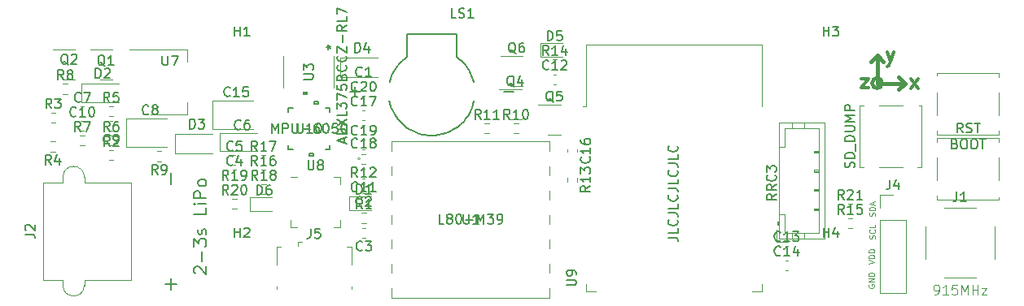
<source format=gbr>
%TF.GenerationSoftware,KiCad,Pcbnew,(6.0.2)*%
%TF.CreationDate,2022-03-31T19:26:32+11:00*%
%TF.ProjectId,Liaka_V3,4c69616b-615f-4563-932e-6b696361645f,2.0*%
%TF.SameCoordinates,Original*%
%TF.FileFunction,Legend,Top*%
%TF.FilePolarity,Positive*%
%FSLAX46Y46*%
G04 Gerber Fmt 4.6, Leading zero omitted, Abs format (unit mm)*
G04 Created by KiCad (PCBNEW (6.0.2)) date 2022-03-31 19:26:32*
%MOMM*%
%LPD*%
G01*
G04 APERTURE LIST*
%ADD10C,0.400000*%
%ADD11C,0.200000*%
%ADD12C,0.100000*%
%ADD13C,0.125000*%
%ADD14C,0.300000*%
%ADD15C,0.150000*%
%ADD16C,0.120000*%
%ADD17C,0.152400*%
%ADD18C,0.127000*%
G04 APERTURE END LIST*
D10*
X194056000Y-82740500D02*
X193421000Y-83451700D01*
X194056000Y-85661500D02*
X194056000Y-82740500D01*
X197002400Y-85674200D02*
X196316600Y-86283800D01*
X194577164Y-85648800D02*
G75*
G03*
X194577164Y-85648800I-521164J0D01*
G01*
X194056000Y-82740500D02*
X194665600Y-83426300D01*
X197002400Y-85674200D02*
X196291200Y-85039200D01*
X194081400Y-85674200D02*
X197002400Y-85674200D01*
D11*
X123109904Y-105499876D02*
X123048000Y-105437971D01*
X122986095Y-105314161D01*
X122986095Y-105004638D01*
X123048000Y-104880828D01*
X123109904Y-104818923D01*
X123233714Y-104757019D01*
X123357523Y-104757019D01*
X123543238Y-104818923D01*
X124286095Y-105561780D01*
X124286095Y-104757019D01*
X123790857Y-104199876D02*
X123790857Y-103209400D01*
X122986095Y-102714161D02*
X122986095Y-101909400D01*
X123481333Y-102342733D01*
X123481333Y-102157019D01*
X123543238Y-102033209D01*
X123605142Y-101971304D01*
X123728952Y-101909400D01*
X124038476Y-101909400D01*
X124162285Y-101971304D01*
X124224190Y-102033209D01*
X124286095Y-102157019D01*
X124286095Y-102528447D01*
X124224190Y-102652257D01*
X124162285Y-102714161D01*
X124224190Y-101414161D02*
X124286095Y-101290352D01*
X124286095Y-101042733D01*
X124224190Y-100918923D01*
X124100380Y-100857019D01*
X124038476Y-100857019D01*
X123914666Y-100918923D01*
X123852761Y-101042733D01*
X123852761Y-101228447D01*
X123790857Y-101352257D01*
X123667047Y-101414161D01*
X123605142Y-101414161D01*
X123481333Y-101352257D01*
X123419428Y-101228447D01*
X123419428Y-101042733D01*
X123481333Y-100918923D01*
X124286095Y-98690352D02*
X124286095Y-99309400D01*
X122986095Y-99309400D01*
X124286095Y-98257019D02*
X123419428Y-98257019D01*
X122986095Y-98257019D02*
X123048000Y-98318923D01*
X123109904Y-98257019D01*
X123048000Y-98195114D01*
X122986095Y-98257019D01*
X123109904Y-98257019D01*
X124286095Y-97637971D02*
X122986095Y-97637971D01*
X122986095Y-97142733D01*
X123048000Y-97018923D01*
X123109904Y-96957019D01*
X123233714Y-96895114D01*
X123419428Y-96895114D01*
X123543238Y-96957019D01*
X123605142Y-97018923D01*
X123667047Y-97142733D01*
X123667047Y-97637971D01*
X124286095Y-96152257D02*
X124224190Y-96276066D01*
X124162285Y-96337971D01*
X124038476Y-96399876D01*
X123667047Y-96399876D01*
X123543238Y-96337971D01*
X123481333Y-96276066D01*
X123419428Y-96152257D01*
X123419428Y-95966542D01*
X123481333Y-95842733D01*
X123543238Y-95780828D01*
X123667047Y-95718923D01*
X124038476Y-95718923D01*
X124162285Y-95780828D01*
X124224190Y-95842733D01*
X124286095Y-95966542D01*
X124286095Y-96152257D01*
D12*
X200023742Y-107691180D02*
X200214219Y-107691180D01*
X200309457Y-107643561D01*
X200357076Y-107595942D01*
X200452314Y-107453085D01*
X200499933Y-107262609D01*
X200499933Y-106881657D01*
X200452314Y-106786419D01*
X200404695Y-106738800D01*
X200309457Y-106691180D01*
X200118980Y-106691180D01*
X200023742Y-106738800D01*
X199976123Y-106786419D01*
X199928504Y-106881657D01*
X199928504Y-107119752D01*
X199976123Y-107214990D01*
X200023742Y-107262609D01*
X200118980Y-107310228D01*
X200309457Y-107310228D01*
X200404695Y-107262609D01*
X200452314Y-107214990D01*
X200499933Y-107119752D01*
X201452314Y-107691180D02*
X200880885Y-107691180D01*
X201166600Y-107691180D02*
X201166600Y-106691180D01*
X201071361Y-106834038D01*
X200976123Y-106929276D01*
X200880885Y-106976895D01*
X202357076Y-106691180D02*
X201880885Y-106691180D01*
X201833266Y-107167371D01*
X201880885Y-107119752D01*
X201976123Y-107072133D01*
X202214219Y-107072133D01*
X202309457Y-107119752D01*
X202357076Y-107167371D01*
X202404695Y-107262609D01*
X202404695Y-107500704D01*
X202357076Y-107595942D01*
X202309457Y-107643561D01*
X202214219Y-107691180D01*
X201976123Y-107691180D01*
X201880885Y-107643561D01*
X201833266Y-107595942D01*
X202833266Y-107691180D02*
X202833266Y-106691180D01*
X203166600Y-107405466D01*
X203499933Y-106691180D01*
X203499933Y-107691180D01*
X203976123Y-107691180D02*
X203976123Y-106691180D01*
X203976123Y-107167371D02*
X204547552Y-107167371D01*
X204547552Y-107691180D02*
X204547552Y-106691180D01*
X204928504Y-107024514D02*
X205452314Y-107024514D01*
X204928504Y-107691180D01*
X205452314Y-107691180D01*
D11*
X183560980Y-97229466D02*
X183084790Y-97562800D01*
X183560980Y-97800895D02*
X182560980Y-97800895D01*
X182560980Y-97419942D01*
X182608600Y-97324704D01*
X182656219Y-97277085D01*
X182751457Y-97229466D01*
X182894314Y-97229466D01*
X182989552Y-97277085D01*
X183037171Y-97324704D01*
X183084790Y-97419942D01*
X183084790Y-97800895D01*
X183560980Y-96229466D02*
X183084790Y-96562800D01*
X183560980Y-96800895D02*
X182560980Y-96800895D01*
X182560980Y-96419942D01*
X182608600Y-96324704D01*
X182656219Y-96277085D01*
X182751457Y-96229466D01*
X182894314Y-96229466D01*
X182989552Y-96277085D01*
X183037171Y-96324704D01*
X183084790Y-96419942D01*
X183084790Y-96800895D01*
X183465742Y-95229466D02*
X183513361Y-95277085D01*
X183560980Y-95419942D01*
X183560980Y-95515180D01*
X183513361Y-95658038D01*
X183418123Y-95753276D01*
X183322885Y-95800895D01*
X183132409Y-95848514D01*
X182989552Y-95848514D01*
X182799076Y-95800895D01*
X182703838Y-95753276D01*
X182608600Y-95658038D01*
X182560980Y-95515180D01*
X182560980Y-95419942D01*
X182608600Y-95277085D01*
X182656219Y-95229466D01*
X182560980Y-94896133D02*
X182560980Y-94277085D01*
X182941933Y-94610419D01*
X182941933Y-94467561D01*
X182989552Y-94372323D01*
X183037171Y-94324704D01*
X183132409Y-94277085D01*
X183370504Y-94277085D01*
X183465742Y-94324704D01*
X183513361Y-94372323D01*
X183560980Y-94467561D01*
X183560980Y-94753276D01*
X183513361Y-94848514D01*
X183465742Y-94896133D01*
D13*
X193816257Y-101882485D02*
X193844828Y-101796771D01*
X193844828Y-101653914D01*
X193816257Y-101596771D01*
X193787685Y-101568200D01*
X193730542Y-101539628D01*
X193673400Y-101539628D01*
X193616257Y-101568200D01*
X193587685Y-101596771D01*
X193559114Y-101653914D01*
X193530542Y-101768200D01*
X193501971Y-101825342D01*
X193473400Y-101853914D01*
X193416257Y-101882485D01*
X193359114Y-101882485D01*
X193301971Y-101853914D01*
X193273400Y-101825342D01*
X193244828Y-101768200D01*
X193244828Y-101625342D01*
X193273400Y-101539628D01*
X193787685Y-100939628D02*
X193816257Y-100968200D01*
X193844828Y-101053914D01*
X193844828Y-101111057D01*
X193816257Y-101196771D01*
X193759114Y-101253914D01*
X193701971Y-101282485D01*
X193587685Y-101311057D01*
X193501971Y-101311057D01*
X193387685Y-101282485D01*
X193330542Y-101253914D01*
X193273400Y-101196771D01*
X193244828Y-101111057D01*
X193244828Y-101053914D01*
X193273400Y-100968200D01*
X193301971Y-100939628D01*
X193844828Y-100396771D02*
X193844828Y-100682485D01*
X193244828Y-100682485D01*
D14*
X197549342Y-86174971D02*
X198335057Y-85174971D01*
X197549342Y-85174971D02*
X198335057Y-86174971D01*
X192393142Y-85149571D02*
X193178857Y-85149571D01*
X192393142Y-86149571D01*
X193178857Y-86149571D01*
X195095857Y-82406371D02*
X195453000Y-83406371D01*
X195810142Y-82406371D02*
X195453000Y-83406371D01*
X195310142Y-83763514D01*
X195238714Y-83834942D01*
X195095857Y-83906371D01*
D13*
X193816257Y-99509171D02*
X193844828Y-99423457D01*
X193844828Y-99280600D01*
X193816257Y-99223457D01*
X193787685Y-99194885D01*
X193730542Y-99166314D01*
X193673400Y-99166314D01*
X193616257Y-99194885D01*
X193587685Y-99223457D01*
X193559114Y-99280600D01*
X193530542Y-99394885D01*
X193501971Y-99452028D01*
X193473400Y-99480600D01*
X193416257Y-99509171D01*
X193359114Y-99509171D01*
X193301971Y-99480600D01*
X193273400Y-99452028D01*
X193244828Y-99394885D01*
X193244828Y-99252028D01*
X193273400Y-99166314D01*
X193844828Y-98909171D02*
X193244828Y-98909171D01*
X193244828Y-98766314D01*
X193273400Y-98680600D01*
X193330542Y-98623457D01*
X193387685Y-98594885D01*
X193501971Y-98566314D01*
X193587685Y-98566314D01*
X193701971Y-98594885D01*
X193759114Y-98623457D01*
X193816257Y-98680600D01*
X193844828Y-98766314D01*
X193844828Y-98909171D01*
X193673400Y-98337742D02*
X193673400Y-98052028D01*
X193844828Y-98394885D02*
X193244828Y-98194885D01*
X193844828Y-97994885D01*
X193197200Y-106679942D02*
X193168628Y-106737085D01*
X193168628Y-106822800D01*
X193197200Y-106908514D01*
X193254342Y-106965657D01*
X193311485Y-106994228D01*
X193425771Y-107022800D01*
X193511485Y-107022800D01*
X193625771Y-106994228D01*
X193682914Y-106965657D01*
X193740057Y-106908514D01*
X193768628Y-106822800D01*
X193768628Y-106765657D01*
X193740057Y-106679942D01*
X193711485Y-106651371D01*
X193511485Y-106651371D01*
X193511485Y-106765657D01*
X193768628Y-106394228D02*
X193168628Y-106394228D01*
X193768628Y-106051371D01*
X193168628Y-106051371D01*
X193768628Y-105765657D02*
X193168628Y-105765657D01*
X193168628Y-105622800D01*
X193197200Y-105537085D01*
X193254342Y-105479942D01*
X193311485Y-105451371D01*
X193425771Y-105422800D01*
X193511485Y-105422800D01*
X193625771Y-105451371D01*
X193682914Y-105479942D01*
X193740057Y-105537085D01*
X193768628Y-105622800D01*
X193768628Y-105765657D01*
D11*
X172324780Y-101748647D02*
X173039066Y-101748647D01*
X173181923Y-101796266D01*
X173277161Y-101891504D01*
X173324780Y-102034361D01*
X173324780Y-102129600D01*
X173324780Y-100796266D02*
X173324780Y-101272457D01*
X172324780Y-101272457D01*
X173229542Y-99891504D02*
X173277161Y-99939123D01*
X173324780Y-100081980D01*
X173324780Y-100177219D01*
X173277161Y-100320076D01*
X173181923Y-100415314D01*
X173086685Y-100462933D01*
X172896209Y-100510552D01*
X172753352Y-100510552D01*
X172562876Y-100462933D01*
X172467638Y-100415314D01*
X172372400Y-100320076D01*
X172324780Y-100177219D01*
X172324780Y-100081980D01*
X172372400Y-99939123D01*
X172420019Y-99891504D01*
X172324780Y-99177219D02*
X173039066Y-99177219D01*
X173181923Y-99224838D01*
X173277161Y-99320076D01*
X173324780Y-99462933D01*
X173324780Y-99558171D01*
X173324780Y-98224838D02*
X173324780Y-98701028D01*
X172324780Y-98701028D01*
X173229542Y-97320076D02*
X173277161Y-97367695D01*
X173324780Y-97510552D01*
X173324780Y-97605790D01*
X173277161Y-97748647D01*
X173181923Y-97843885D01*
X173086685Y-97891504D01*
X172896209Y-97939123D01*
X172753352Y-97939123D01*
X172562876Y-97891504D01*
X172467638Y-97843885D01*
X172372400Y-97748647D01*
X172324780Y-97605790D01*
X172324780Y-97510552D01*
X172372400Y-97367695D01*
X172420019Y-97320076D01*
X172324780Y-96605790D02*
X173039066Y-96605790D01*
X173181923Y-96653409D01*
X173277161Y-96748647D01*
X173324780Y-96891504D01*
X173324780Y-96986742D01*
X173324780Y-95653409D02*
X173324780Y-96129600D01*
X172324780Y-96129600D01*
X173229542Y-94748647D02*
X173277161Y-94796266D01*
X173324780Y-94939123D01*
X173324780Y-95034361D01*
X173277161Y-95177219D01*
X173181923Y-95272457D01*
X173086685Y-95320076D01*
X172896209Y-95367695D01*
X172753352Y-95367695D01*
X172562876Y-95320076D01*
X172467638Y-95272457D01*
X172372400Y-95177219D01*
X172324780Y-95034361D01*
X172324780Y-94939123D01*
X172372400Y-94796266D01*
X172420019Y-94748647D01*
X172324780Y-94034361D02*
X173039066Y-94034361D01*
X173181923Y-94081980D01*
X173277161Y-94177219D01*
X173324780Y-94320076D01*
X173324780Y-94415314D01*
X173324780Y-93081980D02*
X173324780Y-93558171D01*
X172324780Y-93558171D01*
X173229542Y-92177219D02*
X173277161Y-92224838D01*
X173324780Y-92367695D01*
X173324780Y-92462933D01*
X173277161Y-92605790D01*
X173181923Y-92701028D01*
X173086685Y-92748647D01*
X172896209Y-92796266D01*
X172753352Y-92796266D01*
X172562876Y-92748647D01*
X172467638Y-92701028D01*
X172372400Y-92605790D01*
X172324780Y-92462933D01*
X172324780Y-92367695D01*
X172372400Y-92224838D01*
X172420019Y-92177219D01*
D13*
X193194028Y-104508200D02*
X193794028Y-104308200D01*
X193194028Y-104108200D01*
X193794028Y-103908200D02*
X193194028Y-103908200D01*
X193194028Y-103765342D01*
X193222600Y-103679628D01*
X193279742Y-103622485D01*
X193336885Y-103593914D01*
X193451171Y-103565342D01*
X193536885Y-103565342D01*
X193651171Y-103593914D01*
X193708314Y-103622485D01*
X193765457Y-103679628D01*
X193794028Y-103765342D01*
X193794028Y-103908200D01*
X193794028Y-103308200D02*
X193194028Y-103308200D01*
X193194028Y-103165342D01*
X193222600Y-103079628D01*
X193279742Y-103022485D01*
X193336885Y-102993914D01*
X193451171Y-102965342D01*
X193536885Y-102965342D01*
X193651171Y-102993914D01*
X193708314Y-103022485D01*
X193765457Y-103079628D01*
X193794028Y-103165342D01*
X193794028Y-103308200D01*
D15*
%TO.C,R19*%
X126572542Y-95745580D02*
X126239209Y-95269390D01*
X126001114Y-95745580D02*
X126001114Y-94745580D01*
X126382066Y-94745580D01*
X126477304Y-94793200D01*
X126524923Y-94840819D01*
X126572542Y-94936057D01*
X126572542Y-95078914D01*
X126524923Y-95174152D01*
X126477304Y-95221771D01*
X126382066Y-95269390D01*
X126001114Y-95269390D01*
X127524923Y-95745580D02*
X126953495Y-95745580D01*
X127239209Y-95745580D02*
X127239209Y-94745580D01*
X127143971Y-94888438D01*
X127048733Y-94983676D01*
X126953495Y-95031295D01*
X128001114Y-95745580D02*
X128191590Y-95745580D01*
X128286828Y-95697961D01*
X128334447Y-95650342D01*
X128429685Y-95507485D01*
X128477304Y-95317009D01*
X128477304Y-94936057D01*
X128429685Y-94840819D01*
X128382066Y-94793200D01*
X128286828Y-94745580D01*
X128096352Y-94745580D01*
X128001114Y-94793200D01*
X127953495Y-94840819D01*
X127905876Y-94936057D01*
X127905876Y-95174152D01*
X127953495Y-95269390D01*
X128001114Y-95317009D01*
X128096352Y-95364628D01*
X128286828Y-95364628D01*
X128382066Y-95317009D01*
X128429685Y-95269390D01*
X128477304Y-95174152D01*
%TO.C,Q2*%
X109912161Y-83732619D02*
X109816923Y-83685000D01*
X109721685Y-83589761D01*
X109578828Y-83446904D01*
X109483590Y-83399285D01*
X109388352Y-83399285D01*
X109435971Y-83637380D02*
X109340733Y-83589761D01*
X109245495Y-83494523D01*
X109197876Y-83304047D01*
X109197876Y-82970714D01*
X109245495Y-82780238D01*
X109340733Y-82685000D01*
X109435971Y-82637380D01*
X109626447Y-82637380D01*
X109721685Y-82685000D01*
X109816923Y-82780238D01*
X109864542Y-82970714D01*
X109864542Y-83304047D01*
X109816923Y-83494523D01*
X109721685Y-83589761D01*
X109626447Y-83637380D01*
X109435971Y-83637380D01*
X110245495Y-82732619D02*
X110293114Y-82685000D01*
X110388352Y-82637380D01*
X110626447Y-82637380D01*
X110721685Y-82685000D01*
X110769304Y-82732619D01*
X110816923Y-82827857D01*
X110816923Y-82923095D01*
X110769304Y-83065952D01*
X110197876Y-83637380D01*
X110816923Y-83637380D01*
%TO.C,D5*%
X159777504Y-81216780D02*
X159777504Y-80216780D01*
X160015600Y-80216780D01*
X160158457Y-80264400D01*
X160253695Y-80359638D01*
X160301314Y-80454876D01*
X160348933Y-80645352D01*
X160348933Y-80788209D01*
X160301314Y-80978685D01*
X160253695Y-81073923D01*
X160158457Y-81169161D01*
X160015600Y-81216780D01*
X159777504Y-81216780D01*
X161253695Y-80216780D02*
X160777504Y-80216780D01*
X160729885Y-80692971D01*
X160777504Y-80645352D01*
X160872742Y-80597733D01*
X161110838Y-80597733D01*
X161206076Y-80645352D01*
X161253695Y-80692971D01*
X161301314Y-80788209D01*
X161301314Y-81026304D01*
X161253695Y-81121542D01*
X161206076Y-81169161D01*
X161110838Y-81216780D01*
X160872742Y-81216780D01*
X160777504Y-81169161D01*
X160729885Y-81121542D01*
%TO.C,H1*%
X127218095Y-80734380D02*
X127218095Y-79734380D01*
X127218095Y-80210571D02*
X127789523Y-80210571D01*
X127789523Y-80734380D02*
X127789523Y-79734380D01*
X128789523Y-80734380D02*
X128218095Y-80734380D01*
X128503809Y-80734380D02*
X128503809Y-79734380D01*
X128408571Y-79877238D01*
X128313333Y-79972476D01*
X128218095Y-80020095D01*
%TO.C,R2*%
X114222733Y-92189580D02*
X113889400Y-91713390D01*
X113651304Y-92189580D02*
X113651304Y-91189580D01*
X114032257Y-91189580D01*
X114127495Y-91237200D01*
X114175114Y-91284819D01*
X114222733Y-91380057D01*
X114222733Y-91522914D01*
X114175114Y-91618152D01*
X114127495Y-91665771D01*
X114032257Y-91713390D01*
X113651304Y-91713390D01*
X114603685Y-91284819D02*
X114651304Y-91237200D01*
X114746542Y-91189580D01*
X114984638Y-91189580D01*
X115079876Y-91237200D01*
X115127495Y-91284819D01*
X115175114Y-91380057D01*
X115175114Y-91475295D01*
X115127495Y-91618152D01*
X114556066Y-92189580D01*
X115175114Y-92189580D01*
%TO.C,Q5*%
X160381961Y-87606419D02*
X160286723Y-87558800D01*
X160191485Y-87463561D01*
X160048628Y-87320704D01*
X159953390Y-87273085D01*
X159858152Y-87273085D01*
X159905771Y-87511180D02*
X159810533Y-87463561D01*
X159715295Y-87368323D01*
X159667676Y-87177847D01*
X159667676Y-86844514D01*
X159715295Y-86654038D01*
X159810533Y-86558800D01*
X159905771Y-86511180D01*
X160096247Y-86511180D01*
X160191485Y-86558800D01*
X160286723Y-86654038D01*
X160334342Y-86844514D01*
X160334342Y-87177847D01*
X160286723Y-87368323D01*
X160191485Y-87463561D01*
X160096247Y-87511180D01*
X159905771Y-87511180D01*
X161239104Y-86511180D02*
X160762914Y-86511180D01*
X160715295Y-86987371D01*
X160762914Y-86939752D01*
X160858152Y-86892133D01*
X161096247Y-86892133D01*
X161191485Y-86939752D01*
X161239104Y-86987371D01*
X161286723Y-87082609D01*
X161286723Y-87320704D01*
X161239104Y-87415942D01*
X161191485Y-87463561D01*
X161096247Y-87511180D01*
X160858152Y-87511180D01*
X160762914Y-87463561D01*
X160715295Y-87415942D01*
%TO.C,C8*%
X118273533Y-88837542D02*
X118225914Y-88885161D01*
X118083057Y-88932780D01*
X117987819Y-88932780D01*
X117844961Y-88885161D01*
X117749723Y-88789923D01*
X117702104Y-88694685D01*
X117654485Y-88504209D01*
X117654485Y-88361352D01*
X117702104Y-88170876D01*
X117749723Y-88075638D01*
X117844961Y-87980400D01*
X117987819Y-87932780D01*
X118083057Y-87932780D01*
X118225914Y-87980400D01*
X118273533Y-88028019D01*
X118844961Y-88361352D02*
X118749723Y-88313733D01*
X118702104Y-88266114D01*
X118654485Y-88170876D01*
X118654485Y-88123257D01*
X118702104Y-88028019D01*
X118749723Y-87980400D01*
X118844961Y-87932780D01*
X119035438Y-87932780D01*
X119130676Y-87980400D01*
X119178295Y-88028019D01*
X119225914Y-88123257D01*
X119225914Y-88170876D01*
X119178295Y-88266114D01*
X119130676Y-88313733D01*
X119035438Y-88361352D01*
X118844961Y-88361352D01*
X118749723Y-88408971D01*
X118702104Y-88456590D01*
X118654485Y-88551828D01*
X118654485Y-88742304D01*
X118702104Y-88837542D01*
X118749723Y-88885161D01*
X118844961Y-88932780D01*
X119035438Y-88932780D01*
X119130676Y-88885161D01*
X119178295Y-88837542D01*
X119225914Y-88742304D01*
X119225914Y-88551828D01*
X119178295Y-88456590D01*
X119130676Y-88408971D01*
X119035438Y-88361352D01*
%TO.C,R8*%
X109447533Y-85280780D02*
X109114200Y-84804590D01*
X108876104Y-85280780D02*
X108876104Y-84280780D01*
X109257057Y-84280780D01*
X109352295Y-84328400D01*
X109399914Y-84376019D01*
X109447533Y-84471257D01*
X109447533Y-84614114D01*
X109399914Y-84709352D01*
X109352295Y-84756971D01*
X109257057Y-84804590D01*
X108876104Y-84804590D01*
X110018961Y-84709352D02*
X109923723Y-84661733D01*
X109876104Y-84614114D01*
X109828485Y-84518876D01*
X109828485Y-84471257D01*
X109876104Y-84376019D01*
X109923723Y-84328400D01*
X110018961Y-84280780D01*
X110209438Y-84280780D01*
X110304676Y-84328400D01*
X110352295Y-84376019D01*
X110399914Y-84471257D01*
X110399914Y-84518876D01*
X110352295Y-84614114D01*
X110304676Y-84661733D01*
X110209438Y-84709352D01*
X110018961Y-84709352D01*
X109923723Y-84756971D01*
X109876104Y-84804590D01*
X109828485Y-84899828D01*
X109828485Y-85090304D01*
X109876104Y-85185542D01*
X109923723Y-85233161D01*
X110018961Y-85280780D01*
X110209438Y-85280780D01*
X110304676Y-85233161D01*
X110352295Y-85185542D01*
X110399914Y-85090304D01*
X110399914Y-84899828D01*
X110352295Y-84804590D01*
X110304676Y-84756971D01*
X110209438Y-84709352D01*
%TO.C,U10*%
X133737504Y-89850980D02*
X133737504Y-90660504D01*
X133785123Y-90755742D01*
X133832742Y-90803361D01*
X133927980Y-90850980D01*
X134118457Y-90850980D01*
X134213695Y-90803361D01*
X134261314Y-90755742D01*
X134308933Y-90660504D01*
X134308933Y-89850980D01*
X135308933Y-90850980D02*
X134737504Y-90850980D01*
X135023219Y-90850980D02*
X135023219Y-89850980D01*
X134927980Y-89993838D01*
X134832742Y-90089076D01*
X134737504Y-90136695D01*
X135927980Y-89850980D02*
X136023219Y-89850980D01*
X136118457Y-89898600D01*
X136166076Y-89946219D01*
X136213695Y-90041457D01*
X136261314Y-90231933D01*
X136261314Y-90470028D01*
X136213695Y-90660504D01*
X136166076Y-90755742D01*
X136118457Y-90803361D01*
X136023219Y-90850980D01*
X135927980Y-90850980D01*
X135832742Y-90803361D01*
X135785123Y-90755742D01*
X135737504Y-90660504D01*
X135689885Y-90470028D01*
X135689885Y-90231933D01*
X135737504Y-90041457D01*
X135785123Y-89946219D01*
X135832742Y-89898600D01*
X135927980Y-89850980D01*
X131094647Y-90850980D02*
X131094647Y-89850980D01*
X131427980Y-90565266D01*
X131761314Y-89850980D01*
X131761314Y-90850980D01*
X132237504Y-90850980D02*
X132237504Y-89850980D01*
X132618457Y-89850980D01*
X132713695Y-89898600D01*
X132761314Y-89946219D01*
X132808933Y-90041457D01*
X132808933Y-90184314D01*
X132761314Y-90279552D01*
X132713695Y-90327171D01*
X132618457Y-90374790D01*
X132237504Y-90374790D01*
X133237504Y-89850980D02*
X133237504Y-90660504D01*
X133285123Y-90755742D01*
X133332742Y-90803361D01*
X133427980Y-90850980D01*
X133618457Y-90850980D01*
X133713695Y-90803361D01*
X133761314Y-90755742D01*
X133808933Y-90660504D01*
X133808933Y-89850980D01*
X134285123Y-90470028D02*
X135047028Y-90470028D01*
X135951790Y-89850980D02*
X135761314Y-89850980D01*
X135666076Y-89898600D01*
X135618457Y-89946219D01*
X135523219Y-90089076D01*
X135475600Y-90279552D01*
X135475600Y-90660504D01*
X135523219Y-90755742D01*
X135570838Y-90803361D01*
X135666076Y-90850980D01*
X135856552Y-90850980D01*
X135951790Y-90803361D01*
X135999409Y-90755742D01*
X136047028Y-90660504D01*
X136047028Y-90422409D01*
X135999409Y-90327171D01*
X135951790Y-90279552D01*
X135856552Y-90231933D01*
X135666076Y-90231933D01*
X135570838Y-90279552D01*
X135523219Y-90327171D01*
X135475600Y-90422409D01*
X136666076Y-89850980D02*
X136761314Y-89850980D01*
X136856552Y-89898600D01*
X136904171Y-89946219D01*
X136951790Y-90041457D01*
X136999409Y-90231933D01*
X136999409Y-90470028D01*
X136951790Y-90660504D01*
X136904171Y-90755742D01*
X136856552Y-90803361D01*
X136761314Y-90850980D01*
X136666076Y-90850980D01*
X136570838Y-90803361D01*
X136523219Y-90755742D01*
X136475600Y-90660504D01*
X136427980Y-90470028D01*
X136427980Y-90231933D01*
X136475600Y-90041457D01*
X136523219Y-89946219D01*
X136570838Y-89898600D01*
X136666076Y-89850980D01*
X137904171Y-89850980D02*
X137427980Y-89850980D01*
X137380361Y-90327171D01*
X137427980Y-90279552D01*
X137523219Y-90231933D01*
X137761314Y-90231933D01*
X137856552Y-90279552D01*
X137904171Y-90327171D01*
X137951790Y-90422409D01*
X137951790Y-90660504D01*
X137904171Y-90755742D01*
X137856552Y-90803361D01*
X137761314Y-90850980D01*
X137523219Y-90850980D01*
X137427980Y-90803361D01*
X137380361Y-90755742D01*
X138570838Y-89850980D02*
X138666076Y-89850980D01*
X138761314Y-89898600D01*
X138808933Y-89946219D01*
X138856552Y-90041457D01*
X138904171Y-90231933D01*
X138904171Y-90470028D01*
X138856552Y-90660504D01*
X138808933Y-90755742D01*
X138761314Y-90803361D01*
X138666076Y-90850980D01*
X138570838Y-90850980D01*
X138475600Y-90803361D01*
X138427980Y-90755742D01*
X138380361Y-90660504D01*
X138332742Y-90470028D01*
X138332742Y-90231933D01*
X138380361Y-90041457D01*
X138427980Y-89946219D01*
X138475600Y-89898600D01*
X138570838Y-89850980D01*
%TO.C,C3*%
X140510933Y-103031542D02*
X140463314Y-103079161D01*
X140320457Y-103126780D01*
X140225219Y-103126780D01*
X140082361Y-103079161D01*
X139987123Y-102983923D01*
X139939504Y-102888685D01*
X139891885Y-102698209D01*
X139891885Y-102555352D01*
X139939504Y-102364876D01*
X139987123Y-102269638D01*
X140082361Y-102174400D01*
X140225219Y-102126780D01*
X140320457Y-102126780D01*
X140463314Y-102174400D01*
X140510933Y-102222019D01*
X140844266Y-102126780D02*
X141463314Y-102126780D01*
X141129980Y-102507733D01*
X141272838Y-102507733D01*
X141368076Y-102555352D01*
X141415695Y-102602971D01*
X141463314Y-102698209D01*
X141463314Y-102936304D01*
X141415695Y-103031542D01*
X141368076Y-103079161D01*
X141272838Y-103126780D01*
X140987123Y-103126780D01*
X140891885Y-103079161D01*
X140844266Y-103031542D01*
%TO.C,R13*%
X164213780Y-96363257D02*
X163737590Y-96696590D01*
X164213780Y-96934685D02*
X163213780Y-96934685D01*
X163213780Y-96553733D01*
X163261400Y-96458495D01*
X163309019Y-96410876D01*
X163404257Y-96363257D01*
X163547114Y-96363257D01*
X163642352Y-96410876D01*
X163689971Y-96458495D01*
X163737590Y-96553733D01*
X163737590Y-96934685D01*
X164213780Y-95410876D02*
X164213780Y-95982304D01*
X164213780Y-95696590D02*
X163213780Y-95696590D01*
X163356638Y-95791828D01*
X163451876Y-95887066D01*
X163499495Y-95982304D01*
X163213780Y-95077542D02*
X163213780Y-94458495D01*
X163594733Y-94791828D01*
X163594733Y-94648971D01*
X163642352Y-94553733D01*
X163689971Y-94506114D01*
X163785209Y-94458495D01*
X164023304Y-94458495D01*
X164118542Y-94506114D01*
X164166161Y-94553733D01*
X164213780Y-94648971D01*
X164213780Y-94934685D01*
X164166161Y-95029923D01*
X164118542Y-95077542D01*
%TO.C,D1*%
X139927104Y-97193380D02*
X139927104Y-96193380D01*
X140165200Y-96193380D01*
X140308057Y-96241000D01*
X140403295Y-96336238D01*
X140450914Y-96431476D01*
X140498533Y-96621952D01*
X140498533Y-96764809D01*
X140450914Y-96955285D01*
X140403295Y-97050523D01*
X140308057Y-97145761D01*
X140165200Y-97193380D01*
X139927104Y-97193380D01*
X141450914Y-97193380D02*
X140879485Y-97193380D01*
X141165200Y-97193380D02*
X141165200Y-96193380D01*
X141069961Y-96336238D01*
X140974723Y-96431476D01*
X140879485Y-96479095D01*
%TO.C,H3*%
X188468095Y-80734380D02*
X188468095Y-79734380D01*
X188468095Y-80210571D02*
X189039523Y-80210571D01*
X189039523Y-80734380D02*
X189039523Y-79734380D01*
X189420476Y-79734380D02*
X190039523Y-79734380D01*
X189706190Y-80115333D01*
X189849047Y-80115333D01*
X189944285Y-80162952D01*
X189991904Y-80210571D01*
X190039523Y-80305809D01*
X190039523Y-80543904D01*
X189991904Y-80639142D01*
X189944285Y-80686761D01*
X189849047Y-80734380D01*
X189563333Y-80734380D01*
X189468095Y-80686761D01*
X189420476Y-80639142D01*
%TO.C,C7*%
X111212833Y-87522342D02*
X111165214Y-87569961D01*
X111022357Y-87617580D01*
X110927119Y-87617580D01*
X110784261Y-87569961D01*
X110689023Y-87474723D01*
X110641404Y-87379485D01*
X110593785Y-87189009D01*
X110593785Y-87046152D01*
X110641404Y-86855676D01*
X110689023Y-86760438D01*
X110784261Y-86665200D01*
X110927119Y-86617580D01*
X111022357Y-86617580D01*
X111165214Y-86665200D01*
X111212833Y-86712819D01*
X111546166Y-86617580D02*
X112212833Y-86617580D01*
X111784261Y-87617580D01*
%TO.C,C1*%
X140473133Y-84880742D02*
X140425514Y-84928361D01*
X140282657Y-84975980D01*
X140187419Y-84975980D01*
X140044561Y-84928361D01*
X139949323Y-84833123D01*
X139901704Y-84737885D01*
X139854085Y-84547409D01*
X139854085Y-84404552D01*
X139901704Y-84214076D01*
X139949323Y-84118838D01*
X140044561Y-84023600D01*
X140187419Y-83975980D01*
X140282657Y-83975980D01*
X140425514Y-84023600D01*
X140473133Y-84071219D01*
X141425514Y-84975980D02*
X140854085Y-84975980D01*
X141139800Y-84975980D02*
X141139800Y-83975980D01*
X141044561Y-84118838D01*
X140949323Y-84214076D01*
X140854085Y-84261695D01*
%TO.C,D3*%
X122553504Y-90400380D02*
X122553504Y-89400380D01*
X122791600Y-89400380D01*
X122934457Y-89448000D01*
X123029695Y-89543238D01*
X123077314Y-89638476D01*
X123124933Y-89828952D01*
X123124933Y-89971809D01*
X123077314Y-90162285D01*
X123029695Y-90257523D01*
X122934457Y-90352761D01*
X122791600Y-90400380D01*
X122553504Y-90400380D01*
X123458266Y-89400380D02*
X124077314Y-89400380D01*
X123743980Y-89781333D01*
X123886838Y-89781333D01*
X123982076Y-89828952D01*
X124029695Y-89876571D01*
X124077314Y-89971809D01*
X124077314Y-90209904D01*
X124029695Y-90305142D01*
X123982076Y-90352761D01*
X123886838Y-90400380D01*
X123601123Y-90400380D01*
X123505885Y-90352761D01*
X123458266Y-90305142D01*
%TO.C,C10*%
X110736642Y-89046342D02*
X110689023Y-89093961D01*
X110546166Y-89141580D01*
X110450928Y-89141580D01*
X110308071Y-89093961D01*
X110212833Y-88998723D01*
X110165214Y-88903485D01*
X110117595Y-88713009D01*
X110117595Y-88570152D01*
X110165214Y-88379676D01*
X110212833Y-88284438D01*
X110308071Y-88189200D01*
X110450928Y-88141580D01*
X110546166Y-88141580D01*
X110689023Y-88189200D01*
X110736642Y-88236819D01*
X111689023Y-89141580D02*
X111117595Y-89141580D01*
X111403309Y-89141580D02*
X111403309Y-88141580D01*
X111308071Y-88284438D01*
X111212833Y-88379676D01*
X111117595Y-88427295D01*
X112308071Y-88141580D02*
X112403309Y-88141580D01*
X112498547Y-88189200D01*
X112546166Y-88236819D01*
X112593785Y-88332057D01*
X112641404Y-88522533D01*
X112641404Y-88760628D01*
X112593785Y-88951104D01*
X112546166Y-89046342D01*
X112498547Y-89093961D01*
X112403309Y-89141580D01*
X112308071Y-89141580D01*
X112212833Y-89093961D01*
X112165214Y-89046342D01*
X112117595Y-88951104D01*
X112069976Y-88760628D01*
X112069976Y-88522533D01*
X112117595Y-88332057D01*
X112165214Y-88236819D01*
X112212833Y-88189200D01*
X112308071Y-88141580D01*
%TO.C,C13*%
X184002142Y-102051142D02*
X183954523Y-102098761D01*
X183811666Y-102146380D01*
X183716428Y-102146380D01*
X183573571Y-102098761D01*
X183478333Y-102003523D01*
X183430714Y-101908285D01*
X183383095Y-101717809D01*
X183383095Y-101574952D01*
X183430714Y-101384476D01*
X183478333Y-101289238D01*
X183573571Y-101194000D01*
X183716428Y-101146380D01*
X183811666Y-101146380D01*
X183954523Y-101194000D01*
X184002142Y-101241619D01*
X184954523Y-102146380D02*
X184383095Y-102146380D01*
X184668809Y-102146380D02*
X184668809Y-101146380D01*
X184573571Y-101289238D01*
X184478333Y-101384476D01*
X184383095Y-101432095D01*
X185287857Y-101146380D02*
X185906904Y-101146380D01*
X185573571Y-101527333D01*
X185716428Y-101527333D01*
X185811666Y-101574952D01*
X185859285Y-101622571D01*
X185906904Y-101717809D01*
X185906904Y-101955904D01*
X185859285Y-102051142D01*
X185811666Y-102098761D01*
X185716428Y-102146380D01*
X185430714Y-102146380D01*
X185335476Y-102098761D01*
X185287857Y-102051142D01*
%TO.C,R17*%
X129582942Y-92702180D02*
X129249609Y-92225990D01*
X129011514Y-92702180D02*
X129011514Y-91702180D01*
X129392466Y-91702180D01*
X129487704Y-91749800D01*
X129535323Y-91797419D01*
X129582942Y-91892657D01*
X129582942Y-92035514D01*
X129535323Y-92130752D01*
X129487704Y-92178371D01*
X129392466Y-92225990D01*
X129011514Y-92225990D01*
X130535323Y-92702180D02*
X129963895Y-92702180D01*
X130249609Y-92702180D02*
X130249609Y-91702180D01*
X130154371Y-91845038D01*
X130059133Y-91940276D01*
X129963895Y-91987895D01*
X130868657Y-91702180D02*
X131535323Y-91702180D01*
X131106752Y-92702180D01*
%TO.C,SW2*%
X202957180Y-90811980D02*
X202623847Y-90335790D01*
X202385752Y-90811980D02*
X202385752Y-89811980D01*
X202766704Y-89811980D01*
X202861942Y-89859600D01*
X202909561Y-89907219D01*
X202957180Y-90002457D01*
X202957180Y-90145314D01*
X202909561Y-90240552D01*
X202861942Y-90288171D01*
X202766704Y-90335790D01*
X202385752Y-90335790D01*
X203338133Y-90764361D02*
X203480990Y-90811980D01*
X203719085Y-90811980D01*
X203814323Y-90764361D01*
X203861942Y-90716742D01*
X203909561Y-90621504D01*
X203909561Y-90526266D01*
X203861942Y-90431028D01*
X203814323Y-90383409D01*
X203719085Y-90335790D01*
X203528609Y-90288171D01*
X203433371Y-90240552D01*
X203385752Y-90192933D01*
X203338133Y-90097695D01*
X203338133Y-90002457D01*
X203385752Y-89907219D01*
X203433371Y-89859600D01*
X203528609Y-89811980D01*
X203766704Y-89811980D01*
X203909561Y-89859600D01*
X204195276Y-89811980D02*
X204766704Y-89811980D01*
X204480990Y-90811980D02*
X204480990Y-89811980D01*
%TO.C,U8*%
X134874095Y-93696380D02*
X134874095Y-94505904D01*
X134921714Y-94601142D01*
X134969333Y-94648761D01*
X135064571Y-94696380D01*
X135255047Y-94696380D01*
X135350285Y-94648761D01*
X135397904Y-94601142D01*
X135445523Y-94505904D01*
X135445523Y-93696380D01*
X136064571Y-94124952D02*
X135969333Y-94077333D01*
X135921714Y-94029714D01*
X135874095Y-93934476D01*
X135874095Y-93886857D01*
X135921714Y-93791619D01*
X135969333Y-93744000D01*
X136064571Y-93696380D01*
X136255047Y-93696380D01*
X136350285Y-93744000D01*
X136397904Y-93791619D01*
X136445523Y-93886857D01*
X136445523Y-93934476D01*
X136397904Y-94029714D01*
X136350285Y-94077333D01*
X136255047Y-94124952D01*
X136064571Y-94124952D01*
X135969333Y-94172571D01*
X135921714Y-94220190D01*
X135874095Y-94315428D01*
X135874095Y-94505904D01*
X135921714Y-94601142D01*
X135969333Y-94648761D01*
X136064571Y-94696380D01*
X136255047Y-94696380D01*
X136350285Y-94648761D01*
X136397904Y-94601142D01*
X136445523Y-94505904D01*
X136445523Y-94315428D01*
X136397904Y-94220190D01*
X136350285Y-94172571D01*
X136255047Y-94124952D01*
%TO.C,C18*%
X139996942Y-92312742D02*
X139949323Y-92360361D01*
X139806466Y-92407980D01*
X139711228Y-92407980D01*
X139568371Y-92360361D01*
X139473133Y-92265123D01*
X139425514Y-92169885D01*
X139377895Y-91979409D01*
X139377895Y-91836552D01*
X139425514Y-91646076D01*
X139473133Y-91550838D01*
X139568371Y-91455600D01*
X139711228Y-91407980D01*
X139806466Y-91407980D01*
X139949323Y-91455600D01*
X139996942Y-91503219D01*
X140949323Y-92407980D02*
X140377895Y-92407980D01*
X140663609Y-92407980D02*
X140663609Y-91407980D01*
X140568371Y-91550838D01*
X140473133Y-91646076D01*
X140377895Y-91693695D01*
X141520752Y-91836552D02*
X141425514Y-91788933D01*
X141377895Y-91741314D01*
X141330276Y-91646076D01*
X141330276Y-91598457D01*
X141377895Y-91503219D01*
X141425514Y-91455600D01*
X141520752Y-91407980D01*
X141711228Y-91407980D01*
X141806466Y-91455600D01*
X141854085Y-91503219D01*
X141901704Y-91598457D01*
X141901704Y-91646076D01*
X141854085Y-91741314D01*
X141806466Y-91788933D01*
X141711228Y-91836552D01*
X141520752Y-91836552D01*
X141425514Y-91884171D01*
X141377895Y-91931790D01*
X141330276Y-92027028D01*
X141330276Y-92217504D01*
X141377895Y-92312742D01*
X141425514Y-92360361D01*
X141520752Y-92407980D01*
X141711228Y-92407980D01*
X141806466Y-92360361D01*
X141854085Y-92312742D01*
X141901704Y-92217504D01*
X141901704Y-92027028D01*
X141854085Y-91931790D01*
X141806466Y-91884171D01*
X141711228Y-91836552D01*
%TO.C,H4*%
X188468095Y-101734380D02*
X188468095Y-100734380D01*
X188468095Y-101210571D02*
X189039523Y-101210571D01*
X189039523Y-101734380D02*
X189039523Y-100734380D01*
X189944285Y-101067714D02*
X189944285Y-101734380D01*
X189706190Y-100686761D02*
X189468095Y-101401047D01*
X190087142Y-101401047D01*
%TO.C,R9*%
X119225533Y-95151180D02*
X118892200Y-94674990D01*
X118654104Y-95151180D02*
X118654104Y-94151180D01*
X119035057Y-94151180D01*
X119130295Y-94198800D01*
X119177914Y-94246419D01*
X119225533Y-94341657D01*
X119225533Y-94484514D01*
X119177914Y-94579752D01*
X119130295Y-94627371D01*
X119035057Y-94674990D01*
X118654104Y-94674990D01*
X119701723Y-95151180D02*
X119892200Y-95151180D01*
X119987438Y-95103561D01*
X120035057Y-95055942D01*
X120130295Y-94913085D01*
X120177914Y-94722609D01*
X120177914Y-94341657D01*
X120130295Y-94246419D01*
X120082676Y-94198800D01*
X119987438Y-94151180D01*
X119796961Y-94151180D01*
X119701723Y-94198800D01*
X119654104Y-94246419D01*
X119606485Y-94341657D01*
X119606485Y-94579752D01*
X119654104Y-94674990D01*
X119701723Y-94722609D01*
X119796961Y-94770228D01*
X119987438Y-94770228D01*
X120082676Y-94722609D01*
X120130295Y-94674990D01*
X120177914Y-94579752D01*
%TO.C,J2*%
X105435380Y-101425333D02*
X106149666Y-101425333D01*
X106292523Y-101472952D01*
X106387761Y-101568190D01*
X106435380Y-101711047D01*
X106435380Y-101806285D01*
X105530619Y-100996761D02*
X105483000Y-100949142D01*
X105435380Y-100853904D01*
X105435380Y-100615809D01*
X105483000Y-100520571D01*
X105530619Y-100472952D01*
X105625857Y-100425333D01*
X105721095Y-100425333D01*
X105863952Y-100472952D01*
X106435380Y-101044380D01*
X106435380Y-100425333D01*
X120590142Y-107163428D02*
X120590142Y-106020571D01*
X121161571Y-106592000D02*
X120018714Y-106592000D01*
X120590142Y-96163428D02*
X120590142Y-95020571D01*
%TO.C,R6*%
X114222733Y-90665580D02*
X113889400Y-90189390D01*
X113651304Y-90665580D02*
X113651304Y-89665580D01*
X114032257Y-89665580D01*
X114127495Y-89713200D01*
X114175114Y-89760819D01*
X114222733Y-89856057D01*
X114222733Y-89998914D01*
X114175114Y-90094152D01*
X114127495Y-90141771D01*
X114032257Y-90189390D01*
X113651304Y-90189390D01*
X115079876Y-89665580D02*
X114889400Y-89665580D01*
X114794161Y-89713200D01*
X114746542Y-89760819D01*
X114651304Y-89903676D01*
X114603685Y-90094152D01*
X114603685Y-90475104D01*
X114651304Y-90570342D01*
X114698923Y-90617961D01*
X114794161Y-90665580D01*
X114984638Y-90665580D01*
X115079876Y-90617961D01*
X115127495Y-90570342D01*
X115175114Y-90475104D01*
X115175114Y-90237009D01*
X115127495Y-90141771D01*
X115079876Y-90094152D01*
X114984638Y-90046533D01*
X114794161Y-90046533D01*
X114698923Y-90094152D01*
X114651304Y-90141771D01*
X114603685Y-90237009D01*
%TO.C,R14*%
X159872742Y-82740780D02*
X159539409Y-82264590D01*
X159301314Y-82740780D02*
X159301314Y-81740780D01*
X159682266Y-81740780D01*
X159777504Y-81788400D01*
X159825123Y-81836019D01*
X159872742Y-81931257D01*
X159872742Y-82074114D01*
X159825123Y-82169352D01*
X159777504Y-82216971D01*
X159682266Y-82264590D01*
X159301314Y-82264590D01*
X160825123Y-82740780D02*
X160253695Y-82740780D01*
X160539409Y-82740780D02*
X160539409Y-81740780D01*
X160444171Y-81883638D01*
X160348933Y-81978876D01*
X160253695Y-82026495D01*
X161682266Y-82074114D02*
X161682266Y-82740780D01*
X161444171Y-81693161D02*
X161206076Y-82407447D01*
X161825123Y-82407447D01*
%TO.C,R7*%
X111186933Y-90665580D02*
X110853600Y-90189390D01*
X110615504Y-90665580D02*
X110615504Y-89665580D01*
X110996457Y-89665580D01*
X111091695Y-89713200D01*
X111139314Y-89760819D01*
X111186933Y-89856057D01*
X111186933Y-89998914D01*
X111139314Y-90094152D01*
X111091695Y-90141771D01*
X110996457Y-90189390D01*
X110615504Y-90189390D01*
X111520266Y-89665580D02*
X112186933Y-89665580D01*
X111758361Y-90665580D01*
%TO.C,SW3*%
X202147657Y-91966371D02*
X202290514Y-92013990D01*
X202338133Y-92061609D01*
X202385752Y-92156847D01*
X202385752Y-92299704D01*
X202338133Y-92394942D01*
X202290514Y-92442561D01*
X202195276Y-92490180D01*
X201814323Y-92490180D01*
X201814323Y-91490180D01*
X202147657Y-91490180D01*
X202242895Y-91537800D01*
X202290514Y-91585419D01*
X202338133Y-91680657D01*
X202338133Y-91775895D01*
X202290514Y-91871133D01*
X202242895Y-91918752D01*
X202147657Y-91966371D01*
X201814323Y-91966371D01*
X203004800Y-91490180D02*
X203195276Y-91490180D01*
X203290514Y-91537800D01*
X203385752Y-91633038D01*
X203433371Y-91823514D01*
X203433371Y-92156847D01*
X203385752Y-92347323D01*
X203290514Y-92442561D01*
X203195276Y-92490180D01*
X203004800Y-92490180D01*
X202909561Y-92442561D01*
X202814323Y-92347323D01*
X202766704Y-92156847D01*
X202766704Y-91823514D01*
X202814323Y-91633038D01*
X202909561Y-91537800D01*
X203004800Y-91490180D01*
X204052419Y-91490180D02*
X204242895Y-91490180D01*
X204338133Y-91537800D01*
X204433371Y-91633038D01*
X204480990Y-91823514D01*
X204480990Y-92156847D01*
X204433371Y-92347323D01*
X204338133Y-92442561D01*
X204242895Y-92490180D01*
X204052419Y-92490180D01*
X203957180Y-92442561D01*
X203861942Y-92347323D01*
X203814323Y-92156847D01*
X203814323Y-91823514D01*
X203861942Y-91633038D01*
X203957180Y-91537800D01*
X204052419Y-91490180D01*
X204766704Y-91490180D02*
X205338133Y-91490180D01*
X205052419Y-92490180D02*
X205052419Y-91490180D01*
%TO.C,J4*%
X195373666Y-95735180D02*
X195373666Y-96449466D01*
X195326047Y-96592323D01*
X195230809Y-96687561D01*
X195087952Y-96735180D01*
X194992714Y-96735180D01*
X196278428Y-96068514D02*
X196278428Y-96735180D01*
X196040333Y-95687561D02*
X195802238Y-96401847D01*
X196421285Y-96401847D01*
%TO.C,R18*%
X129608342Y-95745580D02*
X129275009Y-95269390D01*
X129036914Y-95745580D02*
X129036914Y-94745580D01*
X129417866Y-94745580D01*
X129513104Y-94793200D01*
X129560723Y-94840819D01*
X129608342Y-94936057D01*
X129608342Y-95078914D01*
X129560723Y-95174152D01*
X129513104Y-95221771D01*
X129417866Y-95269390D01*
X129036914Y-95269390D01*
X130560723Y-95745580D02*
X129989295Y-95745580D01*
X130275009Y-95745580D02*
X130275009Y-94745580D01*
X130179771Y-94888438D01*
X130084533Y-94983676D01*
X129989295Y-95031295D01*
X131132152Y-95174152D02*
X131036914Y-95126533D01*
X130989295Y-95078914D01*
X130941676Y-94983676D01*
X130941676Y-94936057D01*
X130989295Y-94840819D01*
X131036914Y-94793200D01*
X131132152Y-94745580D01*
X131322628Y-94745580D01*
X131417866Y-94793200D01*
X131465485Y-94840819D01*
X131513104Y-94936057D01*
X131513104Y-94983676D01*
X131465485Y-95078914D01*
X131417866Y-95126533D01*
X131322628Y-95174152D01*
X131132152Y-95174152D01*
X131036914Y-95221771D01*
X130989295Y-95269390D01*
X130941676Y-95364628D01*
X130941676Y-95555104D01*
X130989295Y-95650342D01*
X131036914Y-95697961D01*
X131132152Y-95745580D01*
X131322628Y-95745580D01*
X131417866Y-95697961D01*
X131465485Y-95650342D01*
X131513104Y-95555104D01*
X131513104Y-95364628D01*
X131465485Y-95269390D01*
X131417866Y-95221771D01*
X131322628Y-95174152D01*
%TO.C,SW4*%
X191653161Y-94447904D02*
X191700780Y-94305047D01*
X191700780Y-94066952D01*
X191653161Y-93971714D01*
X191605542Y-93924095D01*
X191510304Y-93876476D01*
X191415066Y-93876476D01*
X191319828Y-93924095D01*
X191272209Y-93971714D01*
X191224590Y-94066952D01*
X191176971Y-94257428D01*
X191129352Y-94352666D01*
X191081733Y-94400285D01*
X190986495Y-94447904D01*
X190891257Y-94447904D01*
X190796019Y-94400285D01*
X190748400Y-94352666D01*
X190700780Y-94257428D01*
X190700780Y-94019333D01*
X190748400Y-93876476D01*
X191700780Y-93447904D02*
X190700780Y-93447904D01*
X190700780Y-93209809D01*
X190748400Y-93066952D01*
X190843638Y-92971714D01*
X190938876Y-92924095D01*
X191129352Y-92876476D01*
X191272209Y-92876476D01*
X191462685Y-92924095D01*
X191557923Y-92971714D01*
X191653161Y-93066952D01*
X191700780Y-93209809D01*
X191700780Y-93447904D01*
X191796019Y-92686000D02*
X191796019Y-91924095D01*
X191700780Y-91686000D02*
X190700780Y-91686000D01*
X190700780Y-91447904D01*
X190748400Y-91305047D01*
X190843638Y-91209809D01*
X190938876Y-91162190D01*
X191129352Y-91114571D01*
X191272209Y-91114571D01*
X191462685Y-91162190D01*
X191557923Y-91209809D01*
X191653161Y-91305047D01*
X191700780Y-91447904D01*
X191700780Y-91686000D01*
X190700780Y-90686000D02*
X191510304Y-90686000D01*
X191605542Y-90638380D01*
X191653161Y-90590761D01*
X191700780Y-90495523D01*
X191700780Y-90305047D01*
X191653161Y-90209809D01*
X191605542Y-90162190D01*
X191510304Y-90114571D01*
X190700780Y-90114571D01*
X191700780Y-89638380D02*
X190700780Y-89638380D01*
X191415066Y-89305047D01*
X190700780Y-88971714D01*
X191700780Y-88971714D01*
X191700780Y-88495523D02*
X190700780Y-88495523D01*
X190700780Y-88114571D01*
X190748400Y-88019333D01*
X190796019Y-87971714D01*
X190891257Y-87924095D01*
X191034114Y-87924095D01*
X191129352Y-87971714D01*
X191176971Y-88019333D01*
X191224590Y-88114571D01*
X191224590Y-88495523D01*
%TO.C,R4*%
X108151133Y-94135180D02*
X107817800Y-93658990D01*
X107579704Y-94135180D02*
X107579704Y-93135180D01*
X107960657Y-93135180D01*
X108055895Y-93182800D01*
X108103514Y-93230419D01*
X108151133Y-93325657D01*
X108151133Y-93468514D01*
X108103514Y-93563752D01*
X108055895Y-93611371D01*
X107960657Y-93658990D01*
X107579704Y-93658990D01*
X109008276Y-93468514D02*
X109008276Y-94135180D01*
X108770180Y-93087561D02*
X108532085Y-93801847D01*
X109151133Y-93801847D01*
%TO.C,J1*%
X202333266Y-96988180D02*
X202333266Y-97702466D01*
X202285647Y-97845323D01*
X202190409Y-97940561D01*
X202047552Y-97988180D01*
X201952314Y-97988180D01*
X203333266Y-97988180D02*
X202761838Y-97988180D01*
X203047552Y-97988180D02*
X203047552Y-96988180D01*
X202952314Y-97131038D01*
X202857076Y-97226276D01*
X202761838Y-97273895D01*
%TO.C,H2*%
X127218095Y-101734380D02*
X127218095Y-100734380D01*
X127218095Y-101210571D02*
X127789523Y-101210571D01*
X127789523Y-101734380D02*
X127789523Y-100734380D01*
X128218095Y-100829619D02*
X128265714Y-100782000D01*
X128360952Y-100734380D01*
X128599047Y-100734380D01*
X128694285Y-100782000D01*
X128741904Y-100829619D01*
X128789523Y-100924857D01*
X128789523Y-101020095D01*
X128741904Y-101162952D01*
X128170476Y-101734380D01*
X128789523Y-101734380D01*
%TO.C,U7*%
X119710295Y-82789780D02*
X119710295Y-83599304D01*
X119757914Y-83694542D01*
X119805533Y-83742161D01*
X119900771Y-83789780D01*
X120091247Y-83789780D01*
X120186485Y-83742161D01*
X120234104Y-83694542D01*
X120281723Y-83599304D01*
X120281723Y-82789780D01*
X120662676Y-82789780D02*
X121329342Y-82789780D01*
X120900771Y-83789780D01*
%TO.C,U1*%
X151033495Y-99325180D02*
X151033495Y-100134704D01*
X151081114Y-100229942D01*
X151128733Y-100277561D01*
X151223971Y-100325180D01*
X151414447Y-100325180D01*
X151509685Y-100277561D01*
X151557304Y-100229942D01*
X151604923Y-100134704D01*
X151604923Y-99325180D01*
X152604923Y-100325180D02*
X152033495Y-100325180D01*
X152319209Y-100325180D02*
X152319209Y-99325180D01*
X152223971Y-99468038D01*
X152128733Y-99563276D01*
X152033495Y-99610895D01*
X149009685Y-100325180D02*
X148533495Y-100325180D01*
X148533495Y-99325180D01*
X149485876Y-99753752D02*
X149390638Y-99706133D01*
X149343019Y-99658514D01*
X149295400Y-99563276D01*
X149295400Y-99515657D01*
X149343019Y-99420419D01*
X149390638Y-99372800D01*
X149485876Y-99325180D01*
X149676352Y-99325180D01*
X149771590Y-99372800D01*
X149819209Y-99420419D01*
X149866828Y-99515657D01*
X149866828Y-99563276D01*
X149819209Y-99658514D01*
X149771590Y-99706133D01*
X149676352Y-99753752D01*
X149485876Y-99753752D01*
X149390638Y-99801371D01*
X149343019Y-99848990D01*
X149295400Y-99944228D01*
X149295400Y-100134704D01*
X149343019Y-100229942D01*
X149390638Y-100277561D01*
X149485876Y-100325180D01*
X149676352Y-100325180D01*
X149771590Y-100277561D01*
X149819209Y-100229942D01*
X149866828Y-100134704D01*
X149866828Y-99944228D01*
X149819209Y-99848990D01*
X149771590Y-99801371D01*
X149676352Y-99753752D01*
X150485876Y-99325180D02*
X150581114Y-99325180D01*
X150676352Y-99372800D01*
X150723971Y-99420419D01*
X150771590Y-99515657D01*
X150819209Y-99706133D01*
X150819209Y-99944228D01*
X150771590Y-100134704D01*
X150723971Y-100229942D01*
X150676352Y-100277561D01*
X150581114Y-100325180D01*
X150485876Y-100325180D01*
X150390638Y-100277561D01*
X150343019Y-100229942D01*
X150295400Y-100134704D01*
X150247780Y-99944228D01*
X150247780Y-99706133D01*
X150295400Y-99515657D01*
X150343019Y-99420419D01*
X150390638Y-99372800D01*
X150485876Y-99325180D01*
X151247780Y-99944228D02*
X152009685Y-99944228D01*
X152485876Y-100325180D02*
X152485876Y-99325180D01*
X152819209Y-100039466D01*
X153152542Y-99325180D01*
X153152542Y-100325180D01*
X153533495Y-99325180D02*
X154152542Y-99325180D01*
X153819209Y-99706133D01*
X153962066Y-99706133D01*
X154057304Y-99753752D01*
X154104923Y-99801371D01*
X154152542Y-99896609D01*
X154152542Y-100134704D01*
X154104923Y-100229942D01*
X154057304Y-100277561D01*
X153962066Y-100325180D01*
X153676352Y-100325180D01*
X153581114Y-100277561D01*
X153533495Y-100229942D01*
X154628733Y-100325180D02*
X154819209Y-100325180D01*
X154914447Y-100277561D01*
X154962066Y-100229942D01*
X155057304Y-100087085D01*
X155104923Y-99896609D01*
X155104923Y-99515657D01*
X155057304Y-99420419D01*
X155009685Y-99372800D01*
X154914447Y-99325180D01*
X154723971Y-99325180D01*
X154628733Y-99372800D01*
X154581114Y-99420419D01*
X154533495Y-99515657D01*
X154533495Y-99753752D01*
X154581114Y-99848990D01*
X154628733Y-99896609D01*
X154723971Y-99944228D01*
X154914447Y-99944228D01*
X155009685Y-99896609D01*
X155057304Y-99848990D01*
X155104923Y-99753752D01*
%TO.C,Q4*%
X156317961Y-86006219D02*
X156222723Y-85958600D01*
X156127485Y-85863361D01*
X155984628Y-85720504D01*
X155889390Y-85672885D01*
X155794152Y-85672885D01*
X155841771Y-85910980D02*
X155746533Y-85863361D01*
X155651295Y-85768123D01*
X155603676Y-85577647D01*
X155603676Y-85244314D01*
X155651295Y-85053838D01*
X155746533Y-84958600D01*
X155841771Y-84910980D01*
X156032247Y-84910980D01*
X156127485Y-84958600D01*
X156222723Y-85053838D01*
X156270342Y-85244314D01*
X156270342Y-85577647D01*
X156222723Y-85768123D01*
X156127485Y-85863361D01*
X156032247Y-85910980D01*
X155841771Y-85910980D01*
X157127485Y-85244314D02*
X157127485Y-85910980D01*
X156889390Y-84863361D02*
X156651295Y-85577647D01*
X157270342Y-85577647D01*
%TO.C,D4*%
X139749304Y-82450180D02*
X139749304Y-81450180D01*
X139987400Y-81450180D01*
X140130257Y-81497800D01*
X140225495Y-81593038D01*
X140273114Y-81688276D01*
X140320733Y-81878752D01*
X140320733Y-82021609D01*
X140273114Y-82212085D01*
X140225495Y-82307323D01*
X140130257Y-82402561D01*
X139987400Y-82450180D01*
X139749304Y-82450180D01*
X141177876Y-81783514D02*
X141177876Y-82450180D01*
X140939780Y-81402561D02*
X140701685Y-82116847D01*
X141320733Y-82116847D01*
%TO.C,R15*%
X190619142Y-99301580D02*
X190285809Y-98825390D01*
X190047714Y-99301580D02*
X190047714Y-98301580D01*
X190428666Y-98301580D01*
X190523904Y-98349200D01*
X190571523Y-98396819D01*
X190619142Y-98492057D01*
X190619142Y-98634914D01*
X190571523Y-98730152D01*
X190523904Y-98777771D01*
X190428666Y-98825390D01*
X190047714Y-98825390D01*
X191571523Y-99301580D02*
X191000095Y-99301580D01*
X191285809Y-99301580D02*
X191285809Y-98301580D01*
X191190571Y-98444438D01*
X191095333Y-98539676D01*
X191000095Y-98587295D01*
X192476285Y-98301580D02*
X192000095Y-98301580D01*
X191952476Y-98777771D01*
X192000095Y-98730152D01*
X192095333Y-98682533D01*
X192333428Y-98682533D01*
X192428666Y-98730152D01*
X192476285Y-98777771D01*
X192523904Y-98873009D01*
X192523904Y-99111104D01*
X192476285Y-99206342D01*
X192428666Y-99253961D01*
X192333428Y-99301580D01*
X192095333Y-99301580D01*
X192000095Y-99253961D01*
X191952476Y-99206342D01*
%TO.C,R16*%
X129582942Y-94221580D02*
X129249609Y-93745390D01*
X129011514Y-94221580D02*
X129011514Y-93221580D01*
X129392466Y-93221580D01*
X129487704Y-93269200D01*
X129535323Y-93316819D01*
X129582942Y-93412057D01*
X129582942Y-93554914D01*
X129535323Y-93650152D01*
X129487704Y-93697771D01*
X129392466Y-93745390D01*
X129011514Y-93745390D01*
X130535323Y-94221580D02*
X129963895Y-94221580D01*
X130249609Y-94221580D02*
X130249609Y-93221580D01*
X130154371Y-93364438D01*
X130059133Y-93459676D01*
X129963895Y-93507295D01*
X131392466Y-93221580D02*
X131201990Y-93221580D01*
X131106752Y-93269200D01*
X131059133Y-93316819D01*
X130963895Y-93459676D01*
X130916276Y-93650152D01*
X130916276Y-94031104D01*
X130963895Y-94126342D01*
X131011514Y-94173961D01*
X131106752Y-94221580D01*
X131297228Y-94221580D01*
X131392466Y-94173961D01*
X131440085Y-94126342D01*
X131487704Y-94031104D01*
X131487704Y-93793009D01*
X131440085Y-93697771D01*
X131392466Y-93650152D01*
X131297228Y-93602533D01*
X131106752Y-93602533D01*
X131011514Y-93650152D01*
X130963895Y-93697771D01*
X130916276Y-93793009D01*
%TO.C,R1*%
X140511733Y-98742780D02*
X140178400Y-98266590D01*
X139940304Y-98742780D02*
X139940304Y-97742780D01*
X140321257Y-97742780D01*
X140416495Y-97790400D01*
X140464114Y-97838019D01*
X140511733Y-97933257D01*
X140511733Y-98076114D01*
X140464114Y-98171352D01*
X140416495Y-98218971D01*
X140321257Y-98266590D01*
X139940304Y-98266590D01*
X141464114Y-98742780D02*
X140892685Y-98742780D01*
X141178400Y-98742780D02*
X141178400Y-97742780D01*
X141083161Y-97885638D01*
X140987923Y-97980876D01*
X140892685Y-98028495D01*
%TO.C,C19*%
X139996942Y-90976742D02*
X139949323Y-91024361D01*
X139806466Y-91071980D01*
X139711228Y-91071980D01*
X139568371Y-91024361D01*
X139473133Y-90929123D01*
X139425514Y-90833885D01*
X139377895Y-90643409D01*
X139377895Y-90500552D01*
X139425514Y-90310076D01*
X139473133Y-90214838D01*
X139568371Y-90119600D01*
X139711228Y-90071980D01*
X139806466Y-90071980D01*
X139949323Y-90119600D01*
X139996942Y-90167219D01*
X140949323Y-91071980D02*
X140377895Y-91071980D01*
X140663609Y-91071980D02*
X140663609Y-90071980D01*
X140568371Y-90214838D01*
X140473133Y-90310076D01*
X140377895Y-90357695D01*
X141425514Y-91071980D02*
X141615990Y-91071980D01*
X141711228Y-91024361D01*
X141758847Y-90976742D01*
X141854085Y-90833885D01*
X141901704Y-90643409D01*
X141901704Y-90262457D01*
X141854085Y-90167219D01*
X141806466Y-90119600D01*
X141711228Y-90071980D01*
X141520752Y-90071980D01*
X141425514Y-90119600D01*
X141377895Y-90167219D01*
X141330276Y-90262457D01*
X141330276Y-90500552D01*
X141377895Y-90595790D01*
X141425514Y-90643409D01*
X141520752Y-90691028D01*
X141711228Y-90691028D01*
X141806466Y-90643409D01*
X141854085Y-90595790D01*
X141901704Y-90500552D01*
%TO.C,C20*%
X139996942Y-86404742D02*
X139949323Y-86452361D01*
X139806466Y-86499980D01*
X139711228Y-86499980D01*
X139568371Y-86452361D01*
X139473133Y-86357123D01*
X139425514Y-86261885D01*
X139377895Y-86071409D01*
X139377895Y-85928552D01*
X139425514Y-85738076D01*
X139473133Y-85642838D01*
X139568371Y-85547600D01*
X139711228Y-85499980D01*
X139806466Y-85499980D01*
X139949323Y-85547600D01*
X139996942Y-85595219D01*
X140377895Y-85595219D02*
X140425514Y-85547600D01*
X140520752Y-85499980D01*
X140758847Y-85499980D01*
X140854085Y-85547600D01*
X140901704Y-85595219D01*
X140949323Y-85690457D01*
X140949323Y-85785695D01*
X140901704Y-85928552D01*
X140330276Y-86499980D01*
X140949323Y-86499980D01*
X141568371Y-85499980D02*
X141663609Y-85499980D01*
X141758847Y-85547600D01*
X141806466Y-85595219D01*
X141854085Y-85690457D01*
X141901704Y-85880933D01*
X141901704Y-86119028D01*
X141854085Y-86309504D01*
X141806466Y-86404742D01*
X141758847Y-86452361D01*
X141663609Y-86499980D01*
X141568371Y-86499980D01*
X141473133Y-86452361D01*
X141425514Y-86404742D01*
X141377895Y-86309504D01*
X141330276Y-86119028D01*
X141330276Y-85880933D01*
X141377895Y-85690457D01*
X141425514Y-85595219D01*
X141473133Y-85547600D01*
X141568371Y-85499980D01*
%TO.C,C2*%
X140473133Y-98408742D02*
X140425514Y-98456361D01*
X140282657Y-98503980D01*
X140187419Y-98503980D01*
X140044561Y-98456361D01*
X139949323Y-98361123D01*
X139901704Y-98265885D01*
X139854085Y-98075409D01*
X139854085Y-97932552D01*
X139901704Y-97742076D01*
X139949323Y-97646838D01*
X140044561Y-97551600D01*
X140187419Y-97503980D01*
X140282657Y-97503980D01*
X140425514Y-97551600D01*
X140473133Y-97599219D01*
X140854085Y-97599219D02*
X140901704Y-97551600D01*
X140996942Y-97503980D01*
X141235038Y-97503980D01*
X141330276Y-97551600D01*
X141377895Y-97599219D01*
X141425514Y-97694457D01*
X141425514Y-97789695D01*
X141377895Y-97932552D01*
X140806466Y-98503980D01*
X141425514Y-98503980D01*
%TO.C,C15*%
X126750042Y-86957942D02*
X126702423Y-87005561D01*
X126559566Y-87053180D01*
X126464328Y-87053180D01*
X126321471Y-87005561D01*
X126226233Y-86910323D01*
X126178614Y-86815085D01*
X126130995Y-86624609D01*
X126130995Y-86481752D01*
X126178614Y-86291276D01*
X126226233Y-86196038D01*
X126321471Y-86100800D01*
X126464328Y-86053180D01*
X126559566Y-86053180D01*
X126702423Y-86100800D01*
X126750042Y-86148419D01*
X127702423Y-87053180D02*
X127130995Y-87053180D01*
X127416709Y-87053180D02*
X127416709Y-86053180D01*
X127321471Y-86196038D01*
X127226233Y-86291276D01*
X127130995Y-86338895D01*
X128607185Y-86053180D02*
X128130995Y-86053180D01*
X128083376Y-86529371D01*
X128130995Y-86481752D01*
X128226233Y-86434133D01*
X128464328Y-86434133D01*
X128559566Y-86481752D01*
X128607185Y-86529371D01*
X128654804Y-86624609D01*
X128654804Y-86862704D01*
X128607185Y-86957942D01*
X128559566Y-87005561D01*
X128464328Y-87053180D01*
X128226233Y-87053180D01*
X128130995Y-87005561D01*
X128083376Y-86957942D01*
%TO.C,C12*%
X159885142Y-84169542D02*
X159837523Y-84217161D01*
X159694666Y-84264780D01*
X159599428Y-84264780D01*
X159456571Y-84217161D01*
X159361333Y-84121923D01*
X159313714Y-84026685D01*
X159266095Y-83836209D01*
X159266095Y-83693352D01*
X159313714Y-83502876D01*
X159361333Y-83407638D01*
X159456571Y-83312400D01*
X159599428Y-83264780D01*
X159694666Y-83264780D01*
X159837523Y-83312400D01*
X159885142Y-83360019D01*
X160837523Y-84264780D02*
X160266095Y-84264780D01*
X160551809Y-84264780D02*
X160551809Y-83264780D01*
X160456571Y-83407638D01*
X160361333Y-83502876D01*
X160266095Y-83550495D01*
X161218476Y-83360019D02*
X161266095Y-83312400D01*
X161361333Y-83264780D01*
X161599428Y-83264780D01*
X161694666Y-83312400D01*
X161742285Y-83360019D01*
X161789904Y-83455257D01*
X161789904Y-83550495D01*
X161742285Y-83693352D01*
X161170857Y-84264780D01*
X161789904Y-84264780D01*
%TO.C,C16*%
X164118542Y-93352857D02*
X164166161Y-93400476D01*
X164213780Y-93543333D01*
X164213780Y-93638571D01*
X164166161Y-93781428D01*
X164070923Y-93876666D01*
X163975685Y-93924285D01*
X163785209Y-93971904D01*
X163642352Y-93971904D01*
X163451876Y-93924285D01*
X163356638Y-93876666D01*
X163261400Y-93781428D01*
X163213780Y-93638571D01*
X163213780Y-93543333D01*
X163261400Y-93400476D01*
X163309019Y-93352857D01*
X164213780Y-92400476D02*
X164213780Y-92971904D01*
X164213780Y-92686190D02*
X163213780Y-92686190D01*
X163356638Y-92781428D01*
X163451876Y-92876666D01*
X163499495Y-92971904D01*
X163213780Y-91543333D02*
X163213780Y-91733809D01*
X163261400Y-91829047D01*
X163309019Y-91876666D01*
X163451876Y-91971904D01*
X163642352Y-92019523D01*
X164023304Y-92019523D01*
X164118542Y-91971904D01*
X164166161Y-91924285D01*
X164213780Y-91829047D01*
X164213780Y-91638571D01*
X164166161Y-91543333D01*
X164118542Y-91495714D01*
X164023304Y-91448095D01*
X163785209Y-91448095D01*
X163689971Y-91495714D01*
X163642352Y-91543333D01*
X163594733Y-91638571D01*
X163594733Y-91829047D01*
X163642352Y-91924285D01*
X163689971Y-91971904D01*
X163785209Y-92019523D01*
%TO.C,D6*%
X129538504Y-97294980D02*
X129538504Y-96294980D01*
X129776600Y-96294980D01*
X129919457Y-96342600D01*
X130014695Y-96437838D01*
X130062314Y-96533076D01*
X130109933Y-96723552D01*
X130109933Y-96866409D01*
X130062314Y-97056885D01*
X130014695Y-97152123D01*
X129919457Y-97247361D01*
X129776600Y-97294980D01*
X129538504Y-97294980D01*
X130967076Y-96294980D02*
X130776600Y-96294980D01*
X130681361Y-96342600D01*
X130633742Y-96390219D01*
X130538504Y-96533076D01*
X130490885Y-96723552D01*
X130490885Y-97104504D01*
X130538504Y-97199742D01*
X130586123Y-97247361D01*
X130681361Y-97294980D01*
X130871838Y-97294980D01*
X130967076Y-97247361D01*
X131014695Y-97199742D01*
X131062314Y-97104504D01*
X131062314Y-96866409D01*
X131014695Y-96771171D01*
X130967076Y-96723552D01*
X130871838Y-96675933D01*
X130681361Y-96675933D01*
X130586123Y-96723552D01*
X130538504Y-96771171D01*
X130490885Y-96866409D01*
%TO.C,U3*%
X134402580Y-85242304D02*
X135212104Y-85242304D01*
X135307342Y-85194685D01*
X135354961Y-85147066D01*
X135402580Y-85051828D01*
X135402580Y-84861352D01*
X135354961Y-84766114D01*
X135307342Y-84718495D01*
X135212104Y-84670876D01*
X134402580Y-84670876D01*
X134402580Y-84289923D02*
X134402580Y-83670876D01*
X134783533Y-84004209D01*
X134783533Y-83861352D01*
X134831152Y-83766114D01*
X134878771Y-83718495D01*
X134974009Y-83670876D01*
X135212104Y-83670876D01*
X135307342Y-83718495D01*
X135354961Y-83766114D01*
X135402580Y-83861352D01*
X135402580Y-84147066D01*
X135354961Y-84242304D01*
X135307342Y-84289923D01*
X138596666Y-91885209D02*
X138596666Y-91409019D01*
X138882380Y-91980447D02*
X137882380Y-91647114D01*
X138882380Y-91313780D01*
X138882380Y-90980447D02*
X137882380Y-90980447D01*
X137882380Y-90742352D01*
X137930000Y-90599495D01*
X138025238Y-90504257D01*
X138120476Y-90456638D01*
X138310952Y-90409019D01*
X138453809Y-90409019D01*
X138644285Y-90456638D01*
X138739523Y-90504257D01*
X138834761Y-90599495D01*
X138882380Y-90742352D01*
X138882380Y-90980447D01*
X137882380Y-90075685D02*
X138882380Y-89409019D01*
X137882380Y-89409019D02*
X138882380Y-90075685D01*
X138882380Y-88551876D02*
X138882380Y-89028066D01*
X137882380Y-89028066D01*
X137882380Y-88313780D02*
X137882380Y-87694733D01*
X138263333Y-88028066D01*
X138263333Y-87885209D01*
X138310952Y-87789971D01*
X138358571Y-87742352D01*
X138453809Y-87694733D01*
X138691904Y-87694733D01*
X138787142Y-87742352D01*
X138834761Y-87789971D01*
X138882380Y-87885209D01*
X138882380Y-88170923D01*
X138834761Y-88266161D01*
X138787142Y-88313780D01*
X137882380Y-87361400D02*
X137882380Y-86694733D01*
X138882380Y-87123304D01*
X137882380Y-85837590D02*
X137882380Y-86313780D01*
X138358571Y-86361400D01*
X138310952Y-86313780D01*
X138263333Y-86218542D01*
X138263333Y-85980447D01*
X138310952Y-85885209D01*
X138358571Y-85837590D01*
X138453809Y-85789971D01*
X138691904Y-85789971D01*
X138787142Y-85837590D01*
X138834761Y-85885209D01*
X138882380Y-85980447D01*
X138882380Y-86218542D01*
X138834761Y-86313780D01*
X138787142Y-86361400D01*
X138358571Y-85028066D02*
X138406190Y-84885209D01*
X138453809Y-84837590D01*
X138549047Y-84789971D01*
X138691904Y-84789971D01*
X138787142Y-84837590D01*
X138834761Y-84885209D01*
X138882380Y-84980447D01*
X138882380Y-85361400D01*
X137882380Y-85361400D01*
X137882380Y-85028066D01*
X137930000Y-84932828D01*
X137977619Y-84885209D01*
X138072857Y-84837590D01*
X138168095Y-84837590D01*
X138263333Y-84885209D01*
X138310952Y-84932828D01*
X138358571Y-85028066D01*
X138358571Y-85361400D01*
X138787142Y-83789971D02*
X138834761Y-83837590D01*
X138882380Y-83980447D01*
X138882380Y-84075685D01*
X138834761Y-84218542D01*
X138739523Y-84313780D01*
X138644285Y-84361400D01*
X138453809Y-84409019D01*
X138310952Y-84409019D01*
X138120476Y-84361400D01*
X138025238Y-84313780D01*
X137930000Y-84218542D01*
X137882380Y-84075685D01*
X137882380Y-83980447D01*
X137930000Y-83837590D01*
X137977619Y-83789971D01*
X138787142Y-82789971D02*
X138834761Y-82837590D01*
X138882380Y-82980447D01*
X138882380Y-83075685D01*
X138834761Y-83218542D01*
X138739523Y-83313780D01*
X138644285Y-83361400D01*
X138453809Y-83409019D01*
X138310952Y-83409019D01*
X138120476Y-83361400D01*
X138025238Y-83313780D01*
X137930000Y-83218542D01*
X137882380Y-83075685D01*
X137882380Y-82980447D01*
X137930000Y-82837590D01*
X137977619Y-82789971D01*
X137882380Y-82456638D02*
X137882380Y-81789971D01*
X138882380Y-82456638D01*
X138882380Y-81789971D01*
X138501428Y-81409019D02*
X138501428Y-80647114D01*
X138882380Y-79599495D02*
X138406190Y-79932828D01*
X138882380Y-80170923D02*
X137882380Y-80170923D01*
X137882380Y-79789971D01*
X137930000Y-79694733D01*
X137977619Y-79647114D01*
X138072857Y-79599495D01*
X138215714Y-79599495D01*
X138310952Y-79647114D01*
X138358571Y-79694733D01*
X138406190Y-79789971D01*
X138406190Y-80170923D01*
X138882380Y-78694733D02*
X138882380Y-79170923D01*
X137882380Y-79170923D01*
X137882380Y-78456638D02*
X137882380Y-77789971D01*
X138882380Y-78218542D01*
X136802580Y-81915600D02*
X137040676Y-81915600D01*
X136945438Y-82153695D02*
X137040676Y-81915600D01*
X136945438Y-81677504D01*
X137231152Y-82058457D02*
X137040676Y-81915600D01*
X137231152Y-81772742D01*
X136802580Y-81915600D02*
X137040676Y-81915600D01*
X136945438Y-82153695D02*
X137040676Y-81915600D01*
X136945438Y-81677504D01*
X137231152Y-82058457D02*
X137040676Y-81915600D01*
X137231152Y-81772742D01*
%TO.C,Q1*%
X113747561Y-83859619D02*
X113652323Y-83812000D01*
X113557085Y-83716761D01*
X113414228Y-83573904D01*
X113318990Y-83526285D01*
X113223752Y-83526285D01*
X113271371Y-83764380D02*
X113176133Y-83716761D01*
X113080895Y-83621523D01*
X113033276Y-83431047D01*
X113033276Y-83097714D01*
X113080895Y-82907238D01*
X113176133Y-82812000D01*
X113271371Y-82764380D01*
X113461847Y-82764380D01*
X113557085Y-82812000D01*
X113652323Y-82907238D01*
X113699942Y-83097714D01*
X113699942Y-83431047D01*
X113652323Y-83621523D01*
X113557085Y-83716761D01*
X113461847Y-83764380D01*
X113271371Y-83764380D01*
X114652323Y-83764380D02*
X114080895Y-83764380D01*
X114366609Y-83764380D02*
X114366609Y-82764380D01*
X114271371Y-82907238D01*
X114176133Y-83002476D01*
X114080895Y-83050095D01*
%TO.C,LS1*%
X150258542Y-78829780D02*
X149782352Y-78829780D01*
X149782352Y-77829780D01*
X150544257Y-78782161D02*
X150687114Y-78829780D01*
X150925209Y-78829780D01*
X151020447Y-78782161D01*
X151068066Y-78734542D01*
X151115685Y-78639304D01*
X151115685Y-78544066D01*
X151068066Y-78448828D01*
X151020447Y-78401209D01*
X150925209Y-78353590D01*
X150734733Y-78305971D01*
X150639495Y-78258352D01*
X150591876Y-78210733D01*
X150544257Y-78115495D01*
X150544257Y-78020257D01*
X150591876Y-77925019D01*
X150639495Y-77877400D01*
X150734733Y-77829780D01*
X150972828Y-77829780D01*
X151115685Y-77877400D01*
X152068066Y-78829780D02*
X151496638Y-78829780D01*
X151782352Y-78829780D02*
X151782352Y-77829780D01*
X151687114Y-77972638D01*
X151591876Y-78067876D01*
X151496638Y-78115495D01*
%TO.C,C9*%
X114223033Y-91906342D02*
X114175414Y-91953961D01*
X114032557Y-92001580D01*
X113937319Y-92001580D01*
X113794461Y-91953961D01*
X113699223Y-91858723D01*
X113651604Y-91763485D01*
X113603985Y-91573009D01*
X113603985Y-91430152D01*
X113651604Y-91239676D01*
X113699223Y-91144438D01*
X113794461Y-91049200D01*
X113937319Y-91001580D01*
X114032557Y-91001580D01*
X114175414Y-91049200D01*
X114223033Y-91096819D01*
X114699223Y-92001580D02*
X114889700Y-92001580D01*
X114984938Y-91953961D01*
X115032557Y-91906342D01*
X115127795Y-91763485D01*
X115175414Y-91573009D01*
X115175414Y-91192057D01*
X115127795Y-91096819D01*
X115080176Y-91049200D01*
X114984938Y-91001580D01*
X114794461Y-91001580D01*
X114699223Y-91049200D01*
X114651604Y-91096819D01*
X114603985Y-91192057D01*
X114603985Y-91430152D01*
X114651604Y-91525390D01*
X114699223Y-91573009D01*
X114794461Y-91620628D01*
X114984938Y-91620628D01*
X115080176Y-91573009D01*
X115127795Y-91525390D01*
X115175414Y-91430152D01*
%TO.C,C14*%
X184002142Y-103575142D02*
X183954523Y-103622761D01*
X183811666Y-103670380D01*
X183716428Y-103670380D01*
X183573571Y-103622761D01*
X183478333Y-103527523D01*
X183430714Y-103432285D01*
X183383095Y-103241809D01*
X183383095Y-103098952D01*
X183430714Y-102908476D01*
X183478333Y-102813238D01*
X183573571Y-102718000D01*
X183716428Y-102670380D01*
X183811666Y-102670380D01*
X183954523Y-102718000D01*
X184002142Y-102765619D01*
X184954523Y-103670380D02*
X184383095Y-103670380D01*
X184668809Y-103670380D02*
X184668809Y-102670380D01*
X184573571Y-102813238D01*
X184478333Y-102908476D01*
X184383095Y-102956095D01*
X185811666Y-103003714D02*
X185811666Y-103670380D01*
X185573571Y-102622761D02*
X185335476Y-103337047D01*
X185954523Y-103337047D01*
%TO.C,J5*%
X135150266Y-100835480D02*
X135150266Y-101549766D01*
X135102647Y-101692623D01*
X135007409Y-101787861D01*
X134864552Y-101835480D01*
X134769314Y-101835480D01*
X136102647Y-100835480D02*
X135626457Y-100835480D01*
X135578838Y-101311671D01*
X135626457Y-101264052D01*
X135721695Y-101216433D01*
X135959790Y-101216433D01*
X136055028Y-101264052D01*
X136102647Y-101311671D01*
X136150266Y-101406909D01*
X136150266Y-101645004D01*
X136102647Y-101740242D01*
X136055028Y-101787861D01*
X135959790Y-101835480D01*
X135721695Y-101835480D01*
X135626457Y-101787861D01*
X135578838Y-101740242D01*
%TO.C,R21*%
X190606942Y-97777580D02*
X190273609Y-97301390D01*
X190035514Y-97777580D02*
X190035514Y-96777580D01*
X190416466Y-96777580D01*
X190511704Y-96825200D01*
X190559323Y-96872819D01*
X190606942Y-96968057D01*
X190606942Y-97110914D01*
X190559323Y-97206152D01*
X190511704Y-97253771D01*
X190416466Y-97301390D01*
X190035514Y-97301390D01*
X190987895Y-96872819D02*
X191035514Y-96825200D01*
X191130752Y-96777580D01*
X191368847Y-96777580D01*
X191464085Y-96825200D01*
X191511704Y-96872819D01*
X191559323Y-96968057D01*
X191559323Y-97063295D01*
X191511704Y-97206152D01*
X190940276Y-97777580D01*
X191559323Y-97777580D01*
X192511704Y-97777580D02*
X191940276Y-97777580D01*
X192225990Y-97777580D02*
X192225990Y-96777580D01*
X192130752Y-96920438D01*
X192035514Y-97015676D01*
X191940276Y-97063295D01*
%TO.C,R10*%
X155846542Y-89395580D02*
X155513209Y-88919390D01*
X155275114Y-89395580D02*
X155275114Y-88395580D01*
X155656066Y-88395580D01*
X155751304Y-88443200D01*
X155798923Y-88490819D01*
X155846542Y-88586057D01*
X155846542Y-88728914D01*
X155798923Y-88824152D01*
X155751304Y-88871771D01*
X155656066Y-88919390D01*
X155275114Y-88919390D01*
X156798923Y-89395580D02*
X156227495Y-89395580D01*
X156513209Y-89395580D02*
X156513209Y-88395580D01*
X156417971Y-88538438D01*
X156322733Y-88633676D01*
X156227495Y-88681295D01*
X157417971Y-88395580D02*
X157513209Y-88395580D01*
X157608447Y-88443200D01*
X157656066Y-88490819D01*
X157703685Y-88586057D01*
X157751304Y-88776533D01*
X157751304Y-89014628D01*
X157703685Y-89205104D01*
X157656066Y-89300342D01*
X157608447Y-89347961D01*
X157513209Y-89395580D01*
X157417971Y-89395580D01*
X157322733Y-89347961D01*
X157275114Y-89300342D01*
X157227495Y-89205104D01*
X157179876Y-89014628D01*
X157179876Y-88776533D01*
X157227495Y-88586057D01*
X157275114Y-88490819D01*
X157322733Y-88443200D01*
X157417971Y-88395580D01*
%TO.C,C17*%
X139996942Y-87928742D02*
X139949323Y-87976361D01*
X139806466Y-88023980D01*
X139711228Y-88023980D01*
X139568371Y-87976361D01*
X139473133Y-87881123D01*
X139425514Y-87785885D01*
X139377895Y-87595409D01*
X139377895Y-87452552D01*
X139425514Y-87262076D01*
X139473133Y-87166838D01*
X139568371Y-87071600D01*
X139711228Y-87023980D01*
X139806466Y-87023980D01*
X139949323Y-87071600D01*
X139996942Y-87119219D01*
X140949323Y-88023980D02*
X140377895Y-88023980D01*
X140663609Y-88023980D02*
X140663609Y-87023980D01*
X140568371Y-87166838D01*
X140473133Y-87262076D01*
X140377895Y-87309695D01*
X141282657Y-87023980D02*
X141949323Y-87023980D01*
X141520752Y-88023980D01*
%TO.C,R5*%
X114210833Y-87617580D02*
X113877500Y-87141390D01*
X113639404Y-87617580D02*
X113639404Y-86617580D01*
X114020357Y-86617580D01*
X114115595Y-86665200D01*
X114163214Y-86712819D01*
X114210833Y-86808057D01*
X114210833Y-86950914D01*
X114163214Y-87046152D01*
X114115595Y-87093771D01*
X114020357Y-87141390D01*
X113639404Y-87141390D01*
X115115595Y-86617580D02*
X114639404Y-86617580D01*
X114591785Y-87093771D01*
X114639404Y-87046152D01*
X114734642Y-86998533D01*
X114972738Y-86998533D01*
X115067976Y-87046152D01*
X115115595Y-87093771D01*
X115163214Y-87189009D01*
X115163214Y-87427104D01*
X115115595Y-87522342D01*
X115067976Y-87569961D01*
X114972738Y-87617580D01*
X114734642Y-87617580D01*
X114639404Y-87569961D01*
X114591785Y-87522342D01*
%TO.C,R11*%
X152823942Y-89395580D02*
X152490609Y-88919390D01*
X152252514Y-89395580D02*
X152252514Y-88395580D01*
X152633466Y-88395580D01*
X152728704Y-88443200D01*
X152776323Y-88490819D01*
X152823942Y-88586057D01*
X152823942Y-88728914D01*
X152776323Y-88824152D01*
X152728704Y-88871771D01*
X152633466Y-88919390D01*
X152252514Y-88919390D01*
X153776323Y-89395580D02*
X153204895Y-89395580D01*
X153490609Y-89395580D02*
X153490609Y-88395580D01*
X153395371Y-88538438D01*
X153300133Y-88633676D01*
X153204895Y-88681295D01*
X154728704Y-89395580D02*
X154157276Y-89395580D01*
X154442990Y-89395580D02*
X154442990Y-88395580D01*
X154347752Y-88538438D01*
X154252514Y-88633676D01*
X154157276Y-88681295D01*
%TO.C,R12*%
X139996942Y-95455980D02*
X139663609Y-94979790D01*
X139425514Y-95455980D02*
X139425514Y-94455980D01*
X139806466Y-94455980D01*
X139901704Y-94503600D01*
X139949323Y-94551219D01*
X139996942Y-94646457D01*
X139996942Y-94789314D01*
X139949323Y-94884552D01*
X139901704Y-94932171D01*
X139806466Y-94979790D01*
X139425514Y-94979790D01*
X140949323Y-95455980D02*
X140377895Y-95455980D01*
X140663609Y-95455980D02*
X140663609Y-94455980D01*
X140568371Y-94598838D01*
X140473133Y-94694076D01*
X140377895Y-94741695D01*
X141330276Y-94551219D02*
X141377895Y-94503600D01*
X141473133Y-94455980D01*
X141711228Y-94455980D01*
X141806466Y-94503600D01*
X141854085Y-94551219D01*
X141901704Y-94646457D01*
X141901704Y-94741695D01*
X141854085Y-94884552D01*
X141282657Y-95455980D01*
X141901704Y-95455980D01*
%TO.C,R20*%
X126572542Y-97269580D02*
X126239209Y-96793390D01*
X126001114Y-97269580D02*
X126001114Y-96269580D01*
X126382066Y-96269580D01*
X126477304Y-96317200D01*
X126524923Y-96364819D01*
X126572542Y-96460057D01*
X126572542Y-96602914D01*
X126524923Y-96698152D01*
X126477304Y-96745771D01*
X126382066Y-96793390D01*
X126001114Y-96793390D01*
X126953495Y-96364819D02*
X127001114Y-96317200D01*
X127096352Y-96269580D01*
X127334447Y-96269580D01*
X127429685Y-96317200D01*
X127477304Y-96364819D01*
X127524923Y-96460057D01*
X127524923Y-96555295D01*
X127477304Y-96698152D01*
X126905876Y-97269580D01*
X127524923Y-97269580D01*
X128143971Y-96269580D02*
X128239209Y-96269580D01*
X128334447Y-96317200D01*
X128382066Y-96364819D01*
X128429685Y-96460057D01*
X128477304Y-96650533D01*
X128477304Y-96888628D01*
X128429685Y-97079104D01*
X128382066Y-97174342D01*
X128334447Y-97221961D01*
X128239209Y-97269580D01*
X128143971Y-97269580D01*
X128048733Y-97221961D01*
X128001114Y-97174342D01*
X127953495Y-97079104D01*
X127905876Y-96888628D01*
X127905876Y-96650533D01*
X127953495Y-96460057D01*
X128001114Y-96364819D01*
X128048733Y-96317200D01*
X128143971Y-96269580D01*
%TO.C,C4*%
X127036533Y-94126342D02*
X126988914Y-94173961D01*
X126846057Y-94221580D01*
X126750819Y-94221580D01*
X126607961Y-94173961D01*
X126512723Y-94078723D01*
X126465104Y-93983485D01*
X126417485Y-93793009D01*
X126417485Y-93650152D01*
X126465104Y-93459676D01*
X126512723Y-93364438D01*
X126607961Y-93269200D01*
X126750819Y-93221580D01*
X126846057Y-93221580D01*
X126988914Y-93269200D01*
X127036533Y-93316819D01*
X127893676Y-93554914D02*
X127893676Y-94221580D01*
X127655580Y-93173961D02*
X127417485Y-93888247D01*
X128036533Y-93888247D01*
%TO.C,U9*%
X161765580Y-106727904D02*
X162575104Y-106727904D01*
X162670342Y-106680285D01*
X162717961Y-106632666D01*
X162765580Y-106537428D01*
X162765580Y-106346952D01*
X162717961Y-106251714D01*
X162670342Y-106204095D01*
X162575104Y-106156476D01*
X161765580Y-106156476D01*
X162765580Y-105632666D02*
X162765580Y-105442190D01*
X162717961Y-105346952D01*
X162670342Y-105299333D01*
X162527485Y-105204095D01*
X162337009Y-105156476D01*
X161956057Y-105156476D01*
X161860819Y-105204095D01*
X161813200Y-105251714D01*
X161765580Y-105346952D01*
X161765580Y-105537428D01*
X161813200Y-105632666D01*
X161860819Y-105680285D01*
X161956057Y-105727904D01*
X162194152Y-105727904D01*
X162289390Y-105680285D01*
X162337009Y-105632666D01*
X162384628Y-105537428D01*
X162384628Y-105346952D01*
X162337009Y-105251714D01*
X162289390Y-105204095D01*
X162194152Y-105156476D01*
%TO.C,R3*%
X108189733Y-88277980D02*
X107856400Y-87801790D01*
X107618304Y-88277980D02*
X107618304Y-87277980D01*
X107999257Y-87277980D01*
X108094495Y-87325600D01*
X108142114Y-87373219D01*
X108189733Y-87468457D01*
X108189733Y-87611314D01*
X108142114Y-87706552D01*
X108094495Y-87754171D01*
X107999257Y-87801790D01*
X107618304Y-87801790D01*
X108523066Y-87277980D02*
X109142114Y-87277980D01*
X108808780Y-87658933D01*
X108951638Y-87658933D01*
X109046876Y-87706552D01*
X109094495Y-87754171D01*
X109142114Y-87849409D01*
X109142114Y-88087504D01*
X109094495Y-88182742D01*
X109046876Y-88230361D01*
X108951638Y-88277980D01*
X108665923Y-88277980D01*
X108570685Y-88230361D01*
X108523066Y-88182742D01*
%TO.C,Q6*%
X156470361Y-82526419D02*
X156375123Y-82478800D01*
X156279885Y-82383561D01*
X156137028Y-82240704D01*
X156041790Y-82193085D01*
X155946552Y-82193085D01*
X155994171Y-82431180D02*
X155898933Y-82383561D01*
X155803695Y-82288323D01*
X155756076Y-82097847D01*
X155756076Y-81764514D01*
X155803695Y-81574038D01*
X155898933Y-81478800D01*
X155994171Y-81431180D01*
X156184647Y-81431180D01*
X156279885Y-81478800D01*
X156375123Y-81574038D01*
X156422742Y-81764514D01*
X156422742Y-82097847D01*
X156375123Y-82288323D01*
X156279885Y-82383561D01*
X156184647Y-82431180D01*
X155994171Y-82431180D01*
X157279885Y-81431180D02*
X157089409Y-81431180D01*
X156994171Y-81478800D01*
X156946552Y-81526419D01*
X156851314Y-81669276D01*
X156803695Y-81859752D01*
X156803695Y-82240704D01*
X156851314Y-82335942D01*
X156898933Y-82383561D01*
X156994171Y-82431180D01*
X157184647Y-82431180D01*
X157279885Y-82383561D01*
X157327504Y-82335942D01*
X157375123Y-82240704D01*
X157375123Y-82002609D01*
X157327504Y-81907371D01*
X157279885Y-81859752D01*
X157184647Y-81812133D01*
X156994171Y-81812133D01*
X156898933Y-81859752D01*
X156851314Y-81907371D01*
X156803695Y-82002609D01*
%TO.C,D2*%
X112762604Y-85117180D02*
X112762604Y-84117180D01*
X113000700Y-84117180D01*
X113143557Y-84164800D01*
X113238795Y-84260038D01*
X113286414Y-84355276D01*
X113334033Y-84545752D01*
X113334033Y-84688609D01*
X113286414Y-84879085D01*
X113238795Y-84974323D01*
X113143557Y-85069561D01*
X113000700Y-85117180D01*
X112762604Y-85117180D01*
X113714985Y-84212419D02*
X113762604Y-84164800D01*
X113857842Y-84117180D01*
X114095938Y-84117180D01*
X114191176Y-84164800D01*
X114238795Y-84212419D01*
X114286414Y-84307657D01*
X114286414Y-84402895D01*
X114238795Y-84545752D01*
X113667366Y-85117180D01*
X114286414Y-85117180D01*
%TO.C,C11*%
X139996942Y-96884742D02*
X139949323Y-96932361D01*
X139806466Y-96979980D01*
X139711228Y-96979980D01*
X139568371Y-96932361D01*
X139473133Y-96837123D01*
X139425514Y-96741885D01*
X139377895Y-96551409D01*
X139377895Y-96408552D01*
X139425514Y-96218076D01*
X139473133Y-96122838D01*
X139568371Y-96027600D01*
X139711228Y-95979980D01*
X139806466Y-95979980D01*
X139949323Y-96027600D01*
X139996942Y-96075219D01*
X140949323Y-96979980D02*
X140377895Y-96979980D01*
X140663609Y-96979980D02*
X140663609Y-95979980D01*
X140568371Y-96122838D01*
X140473133Y-96218076D01*
X140377895Y-96265695D01*
X141901704Y-96979980D02*
X141330276Y-96979980D01*
X141615990Y-96979980D02*
X141615990Y-95979980D01*
X141520752Y-96122838D01*
X141425514Y-96218076D01*
X141330276Y-96265695D01*
%TO.C,C6*%
X127849333Y-90402742D02*
X127801714Y-90450361D01*
X127658857Y-90497980D01*
X127563619Y-90497980D01*
X127420761Y-90450361D01*
X127325523Y-90355123D01*
X127277904Y-90259885D01*
X127230285Y-90069409D01*
X127230285Y-89926552D01*
X127277904Y-89736076D01*
X127325523Y-89640838D01*
X127420761Y-89545600D01*
X127563619Y-89497980D01*
X127658857Y-89497980D01*
X127801714Y-89545600D01*
X127849333Y-89593219D01*
X128706476Y-89497980D02*
X128516000Y-89497980D01*
X128420761Y-89545600D01*
X128373142Y-89593219D01*
X128277904Y-89736076D01*
X128230285Y-89926552D01*
X128230285Y-90307504D01*
X128277904Y-90402742D01*
X128325523Y-90450361D01*
X128420761Y-90497980D01*
X128611238Y-90497980D01*
X128706476Y-90450361D01*
X128754095Y-90402742D01*
X128801714Y-90307504D01*
X128801714Y-90069409D01*
X128754095Y-89974171D01*
X128706476Y-89926552D01*
X128611238Y-89878933D01*
X128420761Y-89878933D01*
X128325523Y-89926552D01*
X128277904Y-89974171D01*
X128230285Y-90069409D01*
%TO.C,C5*%
X127023533Y-92602342D02*
X126975914Y-92649961D01*
X126833057Y-92697580D01*
X126737819Y-92697580D01*
X126594961Y-92649961D01*
X126499723Y-92554723D01*
X126452104Y-92459485D01*
X126404485Y-92269009D01*
X126404485Y-92126152D01*
X126452104Y-91935676D01*
X126499723Y-91840438D01*
X126594961Y-91745200D01*
X126737819Y-91697580D01*
X126833057Y-91697580D01*
X126975914Y-91745200D01*
X127023533Y-91792819D01*
X127928295Y-91697580D02*
X127452104Y-91697580D01*
X127404485Y-92173771D01*
X127452104Y-92126152D01*
X127547342Y-92078533D01*
X127785438Y-92078533D01*
X127880676Y-92126152D01*
X127928295Y-92173771D01*
X127975914Y-92269009D01*
X127975914Y-92507104D01*
X127928295Y-92602342D01*
X127880676Y-92649961D01*
X127785438Y-92697580D01*
X127547342Y-92697580D01*
X127452104Y-92649961D01*
X127404485Y-92602342D01*
D16*
%TO.C,R19*%
X126978142Y-97245700D02*
X127452658Y-97245700D01*
X126978142Y-96200700D02*
X127452658Y-96200700D01*
%TO.C,Q2*%
X109995500Y-85303800D02*
X109345500Y-85303800D01*
X109995500Y-82183800D02*
X110645500Y-82183800D01*
X109995500Y-85303800D02*
X110645500Y-85303800D01*
X109995500Y-82183800D02*
X108320500Y-82183800D01*
%TO.C,D5*%
X159030600Y-82929400D02*
X161315600Y-82929400D01*
X159030600Y-81459400D02*
X159030600Y-82929400D01*
X161315600Y-81459400D02*
X159030600Y-81459400D01*
%TO.C,R2*%
X114152142Y-92644700D02*
X114626658Y-92644700D01*
X114152142Y-93689700D02*
X114626658Y-93689700D01*
%TO.C,Q5*%
X160477200Y-91018800D02*
X161127200Y-91018800D01*
X160477200Y-87898800D02*
X158802200Y-87898800D01*
X160477200Y-91018800D02*
X159827200Y-91018800D01*
X160477200Y-87898800D02*
X161127200Y-87898800D01*
%TO.C,C8*%
X120190200Y-89320400D02*
X115980200Y-89320400D01*
X115980200Y-92340400D02*
X120190200Y-92340400D01*
X115980200Y-89320400D02*
X115980200Y-92340400D01*
%TO.C,R8*%
X109376942Y-86780900D02*
X109851458Y-86780900D01*
X109376942Y-85735900D02*
X109851458Y-85735900D01*
D17*
%TO.C,U10*%
X132803900Y-88226900D02*
X132803900Y-88688860D01*
X135035099Y-93002100D02*
X135035099Y-93256100D01*
X137147300Y-92570300D02*
X137147300Y-92108340D01*
X132803900Y-92570300D02*
X133265860Y-92570300D01*
X135535101Y-87541100D02*
X135916101Y-87541100D01*
X137147300Y-88226900D02*
X136685340Y-88226900D01*
X132803900Y-92108340D02*
X132803900Y-92570300D01*
X135535101Y-87795100D02*
X135535101Y-87541100D01*
X135416100Y-93256100D02*
X135416100Y-93002100D01*
X137147300Y-88688860D02*
X137147300Y-88226900D01*
X135416100Y-93002100D02*
X135035099Y-93002100D01*
X135916101Y-87795100D02*
X135535101Y-87795100D01*
X136685340Y-92570300D02*
X137147300Y-92570300D01*
X135035099Y-93256100D02*
X135416100Y-93256100D01*
X135916101Y-87541100D02*
X135916101Y-87795100D01*
X133265860Y-88226900D02*
X132803900Y-88226900D01*
D16*
%TO.C,C3*%
X140818180Y-100734400D02*
X140537020Y-100734400D01*
X140818180Y-101754400D02*
X140537020Y-101754400D01*
%TO.C,R13*%
X162853900Y-95483142D02*
X162853900Y-95957658D01*
X161808900Y-95483142D02*
X161808900Y-95957658D01*
%TO.C,D1*%
X141465200Y-97436000D02*
X139180200Y-97436000D01*
X139180200Y-98906000D02*
X141465200Y-98906000D01*
X139180200Y-97436000D02*
X139180200Y-98906000D01*
%TO.C,C7*%
X111238920Y-89105200D02*
X111520080Y-89105200D01*
X111238920Y-88085200D02*
X111520080Y-88085200D01*
%TO.C,C1*%
X140499220Y-86463600D02*
X140780380Y-86463600D01*
X140499220Y-85443600D02*
X140780380Y-85443600D01*
%TO.C,D3*%
X121041600Y-92948000D02*
X124941600Y-92948000D01*
X121041600Y-90948000D02*
X124941600Y-90948000D01*
X121041600Y-90948000D02*
X121041600Y-92948000D01*
%TO.C,C10*%
X111238920Y-90629200D02*
X111520080Y-90629200D01*
X111238920Y-89609200D02*
X111520080Y-89609200D01*
%TO.C,C13*%
X184504420Y-102614000D02*
X184785580Y-102614000D01*
X184504420Y-103634000D02*
X184785580Y-103634000D01*
%TO.C,R17*%
X129988542Y-93157300D02*
X130463058Y-93157300D01*
X129988542Y-94202300D02*
X130463058Y-94202300D01*
%TO.C,SW2*%
X200294800Y-91379600D02*
X200294800Y-91789600D01*
X206714800Y-91379600D02*
X200294800Y-91379600D01*
X200294800Y-97389600D02*
X200294800Y-97799600D01*
X200294800Y-93389600D02*
X200294800Y-95789600D01*
X206714800Y-95789600D02*
X206714800Y-93389600D01*
X206714800Y-97799600D02*
X206714800Y-97519600D01*
X200294800Y-97799600D02*
X206714800Y-97799600D01*
X206714800Y-91789600D02*
X206714800Y-91379600D01*
%TO.C,U8*%
X133751000Y-100654000D02*
X133026000Y-100654000D01*
X137521000Y-100654000D02*
X138246000Y-100654000D01*
X133751000Y-95434000D02*
X133026000Y-95434000D01*
X138246000Y-100654000D02*
X138246000Y-99929000D01*
X137521000Y-95434000D02*
X138246000Y-95434000D01*
X138246000Y-95434000D02*
X138246000Y-96159000D01*
X133026000Y-100654000D02*
X133026000Y-99929000D01*
%TO.C,C18*%
X140780380Y-90015600D02*
X140499220Y-90015600D01*
X140780380Y-91035600D02*
X140499220Y-91035600D01*
%TO.C,R9*%
X119629458Y-92746300D02*
X119154942Y-92746300D01*
X119629458Y-93791300D02*
X119154942Y-93791300D01*
%TO.C,J2*%
X111593000Y-96032000D02*
X111593000Y-95442000D01*
X116493000Y-106152000D02*
X116493000Y-96032000D01*
X111593000Y-96032000D02*
X116493000Y-96032000D01*
X111593000Y-106742000D02*
X111593000Y-106152000D01*
X107273000Y-96032000D02*
X109373000Y-96032000D01*
X107273000Y-106152000D02*
X107273000Y-96032000D01*
X109373000Y-96032000D02*
X109373000Y-95442000D01*
X111593000Y-106152000D02*
X116493000Y-106152000D01*
X107273000Y-106152000D02*
X109373000Y-106152000D01*
X109373000Y-106742000D02*
X109373000Y-106152000D01*
X111593000Y-95442000D02*
G75*
G03*
X109373000Y-95442000I-1110000J0D01*
G01*
X109373000Y-106742000D02*
G75*
G03*
X111593000Y-106742000I1110000J0D01*
G01*
%TO.C,R6*%
X114152142Y-91120700D02*
X114626658Y-91120700D01*
X114152142Y-92165700D02*
X114626658Y-92165700D01*
%TO.C,R14*%
X160278342Y-84240900D02*
X160752858Y-84240900D01*
X160278342Y-83195900D02*
X160752858Y-83195900D01*
%TO.C,R7*%
X111116342Y-91120700D02*
X111590858Y-91120700D01*
X111116342Y-92165700D02*
X111590858Y-92165700D01*
%TO.C,SW3*%
X206714800Y-84597800D02*
X200294800Y-84597800D01*
X206714800Y-91017800D02*
X206714800Y-90607800D01*
X200294800Y-91017800D02*
X206714800Y-91017800D01*
X206714800Y-89007800D02*
X206714800Y-86607800D01*
X200294800Y-90607800D02*
X200294800Y-91017800D01*
X206714800Y-85007800D02*
X206714800Y-84597800D01*
X200294800Y-86607800D02*
X200294800Y-89007800D01*
X200294800Y-84597800D02*
X200294800Y-84877800D01*
%TO.C,J4*%
X194377000Y-107562800D02*
X197037000Y-107562800D01*
X194377000Y-99882800D02*
X197037000Y-99882800D01*
X194377000Y-98612800D02*
X194377000Y-97282800D01*
X194377000Y-97282800D02*
X195707000Y-97282800D01*
X194377000Y-99882800D02*
X194377000Y-107562800D01*
X197037000Y-99882800D02*
X197037000Y-107562800D01*
%TO.C,R18*%
X130013942Y-96200700D02*
X130488458Y-96200700D01*
X130013942Y-97245700D02*
X130488458Y-97245700D01*
%TO.C,SW4*%
X198688400Y-87976000D02*
X198408400Y-87976000D01*
X194278400Y-94396000D02*
X196678400Y-94396000D01*
X192678400Y-87976000D02*
X192268400Y-87976000D01*
X192268400Y-94396000D02*
X192678400Y-94396000D01*
X198278400Y-94396000D02*
X198688400Y-94396000D01*
X198688400Y-94396000D02*
X198688400Y-87976000D01*
X196678400Y-87976000D02*
X194278400Y-87976000D01*
X192268400Y-87976000D02*
X192268400Y-94396000D01*
%TO.C,R4*%
X108555058Y-91730300D02*
X108080542Y-91730300D01*
X108555058Y-92775300D02*
X108080542Y-92775300D01*
%TO.C,J1*%
X199056600Y-100625800D02*
X199056600Y-103945800D01*
X201006600Y-105895800D02*
X204326600Y-105895800D01*
X201006600Y-98675800D02*
X204326600Y-98675800D01*
X206276600Y-100625800D02*
X206276600Y-103945800D01*
%TO.C,U7*%
X122268700Y-82111800D02*
X122268700Y-83371800D01*
X118508700Y-88931800D02*
X122268700Y-88931800D01*
X116258700Y-82111800D02*
X122268700Y-82111800D01*
X122268700Y-88931800D02*
X122268700Y-87671800D01*
%TO.C,U1*%
X143591200Y-99430840D02*
X143591200Y-100314760D01*
X143591200Y-96890840D02*
X143591200Y-97774760D01*
X159999600Y-108077000D02*
X159999600Y-107050840D01*
X159999600Y-97774760D02*
X159999600Y-96890840D01*
X159999600Y-91668600D02*
X143591200Y-91668600D01*
X143591200Y-101970840D02*
X143591200Y-102854760D01*
X143591200Y-107050840D02*
X143591200Y-108077000D01*
X143591200Y-108077000D02*
X159999600Y-108077000D01*
X159999600Y-102854760D02*
X159999600Y-101970840D01*
X159999600Y-92694760D02*
X159999600Y-91668600D01*
X143591200Y-94350840D02*
X143591200Y-95234760D01*
X143591200Y-91668600D02*
X143591200Y-92694760D01*
X159999600Y-100314760D02*
X159999600Y-99430840D01*
X143591200Y-104510840D02*
X143591200Y-105394760D01*
X159999600Y-105394760D02*
X159999600Y-104510840D01*
X159999600Y-95234760D02*
X159999600Y-94350840D01*
X140311600Y-93522800D02*
G75*
G03*
X140311600Y-93522800I-127000J0D01*
G01*
%TO.C,Q4*%
X156413200Y-86298600D02*
X157063200Y-86298600D01*
X156413200Y-89418600D02*
X155763200Y-89418600D01*
X156413200Y-89418600D02*
X157063200Y-89418600D01*
X156413200Y-86298600D02*
X154738200Y-86298600D01*
%TO.C,D4*%
X138237400Y-82997800D02*
X138237400Y-84997800D01*
X138237400Y-84997800D02*
X142137400Y-84997800D01*
X138237400Y-82997800D02*
X142137400Y-82997800D01*
%TO.C,R15*%
X191024742Y-100801700D02*
X191499258Y-100801700D01*
X191024742Y-99756700D02*
X191499258Y-99756700D01*
%TO.C,R16*%
X129988542Y-95721700D02*
X130463058Y-95721700D01*
X129988542Y-94676700D02*
X130463058Y-94676700D01*
%TO.C,R1*%
X140441142Y-100242900D02*
X140915658Y-100242900D01*
X140441142Y-99197900D02*
X140915658Y-99197900D01*
%TO.C,C19*%
X140499220Y-91539600D02*
X140780380Y-91539600D01*
X140499220Y-92559600D02*
X140780380Y-92559600D01*
%TO.C,C20*%
X140499220Y-86967600D02*
X140780380Y-86967600D01*
X140499220Y-87987600D02*
X140780380Y-87987600D01*
%TO.C,C2*%
X140780380Y-97131600D02*
X140499220Y-97131600D01*
X140780380Y-96111600D02*
X140499220Y-96111600D01*
%TO.C,C15*%
X124932900Y-87440800D02*
X124932900Y-90460800D01*
X129142900Y-87440800D02*
X124932900Y-87440800D01*
X124932900Y-90460800D02*
X129142900Y-90460800D01*
%TO.C,C12*%
X160387420Y-84732400D02*
X160668580Y-84732400D01*
X160387420Y-85752400D02*
X160668580Y-85752400D01*
%TO.C,C16*%
X162841400Y-92569420D02*
X162841400Y-92850580D01*
X161821400Y-92569420D02*
X161821400Y-92850580D01*
%TO.C,D6*%
X128791600Y-99007600D02*
X131076600Y-99007600D01*
X131076600Y-97537600D02*
X128791600Y-97537600D01*
X128791600Y-97537600D02*
X128791600Y-99007600D01*
%TO.C,U3*%
X137577200Y-86107400D02*
X137577200Y-82853400D01*
X132323200Y-82853400D02*
X132323200Y-86107400D01*
D12*
X134740701Y-86765801D02*
X134359701Y-86765801D01*
X134359701Y-86765801D02*
X134359701Y-86511801D01*
X134359701Y-86511801D02*
X134740701Y-86511801D01*
X134740701Y-86511801D02*
X134740701Y-86765801D01*
G36*
X134740701Y-86765801D02*
G01*
X134359701Y-86765801D01*
X134359701Y-86511801D01*
X134740701Y-86511801D01*
X134740701Y-86765801D01*
G37*
X134740701Y-86765801D02*
X134359701Y-86765801D01*
X134359701Y-86511801D01*
X134740701Y-86511801D01*
X134740701Y-86765801D01*
D16*
%TO.C,Q1*%
X113881700Y-85303800D02*
X114531700Y-85303800D01*
X113881700Y-82183800D02*
X114531700Y-82183800D01*
X113881700Y-82183800D02*
X112206700Y-82183800D01*
X113881700Y-85303800D02*
X113231700Y-85303800D01*
D18*
%TO.C,LS1*%
X150186400Y-90382400D02*
X150376400Y-90252400D01*
X147376400Y-91102400D02*
X147656400Y-91112400D01*
X145736400Y-90652400D02*
X146056400Y-90792400D01*
X143846400Y-88892400D02*
X144016400Y-89162400D01*
X146386400Y-90912400D02*
X146746400Y-91002400D01*
X151276400Y-89382400D02*
X151496400Y-89072400D01*
X151496400Y-89072400D02*
X151646400Y-88822400D01*
X155226400Y-86512400D02*
X156226400Y-86512400D01*
X151646400Y-84402400D02*
X151776400Y-84652400D01*
X149916400Y-90542400D02*
X150186400Y-90382400D01*
X143646400Y-84712400D02*
X143806400Y-84402400D01*
X143476400Y-85122400D02*
X143646400Y-84712400D01*
X151046400Y-89652400D02*
X151276400Y-89382400D01*
X150566400Y-90102400D02*
X150766400Y-89932400D01*
X150616400Y-83162400D02*
X150846400Y-83362400D01*
X148146400Y-91092400D02*
X148386400Y-91062400D01*
X150326400Y-82932400D02*
X150616400Y-83162400D01*
X145126400Y-80512400D02*
X150326400Y-80512400D01*
X150376400Y-90252400D02*
X150566400Y-90102400D01*
X143496400Y-88152400D02*
X143676400Y-88582400D01*
X144196400Y-89412400D02*
X144386400Y-89632400D01*
X150846400Y-83362400D02*
X151136400Y-83672400D01*
X144016400Y-89162400D02*
X144196400Y-89412400D01*
X144616400Y-89862400D02*
X144826400Y-90052400D01*
X147906400Y-91112400D02*
X148146400Y-91092400D01*
X147036400Y-91062400D02*
X147376400Y-91102400D01*
X145316400Y-90412400D02*
X145736400Y-90652400D01*
X151776400Y-84652400D02*
X152026400Y-85282400D01*
X139726400Y-86012400D02*
X139726400Y-87012400D01*
X144036400Y-84032400D02*
X144366400Y-83612400D01*
X147656400Y-91112400D02*
X147906400Y-91112400D01*
X149176400Y-90872400D02*
X149446400Y-90772400D01*
X144366400Y-83612400D02*
X144636400Y-83342400D01*
X151796400Y-88542400D02*
X151926400Y-88242400D01*
X148386400Y-91062400D02*
X148856400Y-90972400D01*
X151136400Y-83672400D02*
X151406400Y-84022400D01*
X145126400Y-82942400D02*
X145126400Y-80512400D01*
X151646400Y-88822400D02*
X151796400Y-88542400D01*
X149446400Y-90772400D02*
X149726400Y-90642400D01*
X144826400Y-90052400D02*
X145076400Y-90252400D01*
X140226400Y-86512400D02*
X139226400Y-86512400D01*
X151926400Y-88242400D02*
X152046400Y-87882400D01*
X152026400Y-85282400D02*
X152096400Y-85512400D01*
X149726400Y-90642400D02*
X149916400Y-90542400D01*
X150766400Y-89932400D02*
X151046400Y-89652400D01*
X146056400Y-90792400D02*
X146386400Y-90912400D01*
X144966400Y-83062400D02*
X145126400Y-82942400D01*
X144386400Y-89632400D02*
X144616400Y-89862400D01*
X145076400Y-90252400D02*
X145316400Y-90412400D01*
X150326400Y-80512400D02*
X150326400Y-82932400D01*
X151406400Y-84022400D02*
X151646400Y-84402400D01*
X152046400Y-87882400D02*
X152136400Y-87512400D01*
X143476400Y-85122400D02*
X143366400Y-85512400D01*
X143316400Y-87512400D02*
X143366400Y-87742400D01*
X143806400Y-84402400D02*
X144036400Y-84032400D01*
X148856400Y-90972400D02*
X149176400Y-90872400D01*
X144636400Y-83342400D02*
X144966400Y-83062400D01*
X143676400Y-88582400D02*
X143846400Y-88892400D01*
X146746400Y-91002400D02*
X147036400Y-91062400D01*
X143366400Y-87742400D02*
X143496400Y-88152400D01*
D16*
%TO.C,J3*%
X187982800Y-94808800D02*
X187482800Y-94808800D01*
X183872800Y-89748800D02*
X183872800Y-101868800D01*
X187482800Y-94708800D02*
X187982800Y-94708800D01*
X187982800Y-92808800D02*
X187482800Y-92808800D01*
X187982800Y-101258800D02*
X187982800Y-90358800D01*
X187482800Y-98708800D02*
X187982800Y-98708800D01*
X187482800Y-98908800D02*
X187482800Y-98708800D01*
X184482800Y-101258800D02*
X187982800Y-101258800D01*
X186482800Y-101868800D02*
X186482800Y-101258800D01*
X187982800Y-96908800D02*
X187482800Y-96908800D01*
X183772800Y-100108800D02*
X183772800Y-100408800D01*
X187982800Y-98808800D02*
X187482800Y-98808800D01*
X183872800Y-101868800D02*
X188592800Y-101868800D01*
X187482800Y-92908800D02*
X187482800Y-92708800D01*
X187982800Y-98908800D02*
X187482800Y-98908800D01*
X183572800Y-102168800D02*
X184822800Y-102168800D01*
X188592800Y-89748800D02*
X183872800Y-89748800D01*
X187982800Y-94908800D02*
X187482800Y-94908800D01*
X188592800Y-101868800D02*
X188592800Y-89748800D01*
X187982800Y-92908800D02*
X187482800Y-92908800D01*
X183872800Y-100108800D02*
X183672800Y-100108800D01*
X185182800Y-101868800D02*
X185182800Y-101258800D01*
X187482800Y-92708800D02*
X187982800Y-92708800D01*
X184482800Y-90358800D02*
X184482800Y-92308800D01*
X187482800Y-96708800D02*
X187982800Y-96708800D01*
X185182800Y-89748800D02*
X185182800Y-90358800D01*
X187482800Y-94908800D02*
X187482800Y-94708800D01*
X187982800Y-96808800D02*
X187482800Y-96808800D01*
X184482800Y-99308800D02*
X184482800Y-101258800D01*
X183572800Y-100918800D02*
X183572800Y-102168800D01*
X183872800Y-99308800D02*
X184482800Y-99308800D01*
X184482800Y-92308800D02*
X183872800Y-92308800D01*
X186482800Y-89748800D02*
X186482800Y-90358800D01*
X183672800Y-100108800D02*
X183672800Y-100408800D01*
X187482800Y-96908800D02*
X187482800Y-96708800D01*
X187982800Y-90358800D02*
X184482800Y-90358800D01*
X183672800Y-100408800D02*
X183872800Y-100408800D01*
%TO.C,C9*%
X114530280Y-90629200D02*
X114249120Y-90629200D01*
X114530280Y-89609200D02*
X114249120Y-89609200D01*
%TO.C,C14*%
X184504420Y-104138000D02*
X184785580Y-104138000D01*
X184504420Y-105158000D02*
X184785580Y-105158000D01*
%TO.C,J5*%
X133783600Y-102183100D02*
X134233600Y-102183100D01*
X131583600Y-104583100D02*
X131583600Y-102733100D01*
X131583600Y-102733100D02*
X132033600Y-102733100D01*
X139383600Y-107133100D02*
X139383600Y-106883100D01*
X139383600Y-102733100D02*
X138933600Y-102733100D01*
X133783600Y-102183100D02*
X133783600Y-102633100D01*
X139383600Y-104583100D02*
X139383600Y-102733100D01*
X131583600Y-107133100D02*
X131583600Y-106883100D01*
%TO.C,R21*%
X191012542Y-98232700D02*
X191487058Y-98232700D01*
X191012542Y-99277700D02*
X191487058Y-99277700D01*
%TO.C,R10*%
X156252142Y-89850700D02*
X156726658Y-89850700D01*
X156252142Y-90895700D02*
X156726658Y-90895700D01*
%TO.C,C17*%
X140499220Y-88491600D02*
X140780380Y-88491600D01*
X140499220Y-89511600D02*
X140780380Y-89511600D01*
%TO.C,R5*%
X114140242Y-88072700D02*
X114614758Y-88072700D01*
X114140242Y-89117700D02*
X114614758Y-89117700D01*
%TO.C,R11*%
X153229542Y-90895700D02*
X153704058Y-90895700D01*
X153229542Y-89850700D02*
X153704058Y-89850700D01*
%TO.C,R12*%
X140877058Y-94096100D02*
X140402542Y-94096100D01*
X140877058Y-93051100D02*
X140402542Y-93051100D01*
%TO.C,R20*%
X126978142Y-98769700D02*
X127452658Y-98769700D01*
X126978142Y-97724700D02*
X127452658Y-97724700D01*
%TO.C,C4*%
X127062620Y-95709200D02*
X127343780Y-95709200D01*
X127062620Y-94689200D02*
X127343780Y-94689200D01*
%TO.C,U9*%
X182043200Y-81671000D02*
X182043200Y-88091000D01*
X182043200Y-106636000D02*
X182043200Y-107416000D01*
X163803200Y-106636000D02*
X163803200Y-107416000D01*
X163803200Y-81671000D02*
X163803200Y-88091000D01*
X163803200Y-81671000D02*
X182043200Y-81671000D01*
X163803200Y-88091000D02*
X163423200Y-88091000D01*
X182043200Y-107416000D02*
X181043200Y-107416000D01*
X163803200Y-107416000D02*
X164803200Y-107416000D01*
%TO.C,R3*%
X108119142Y-89778100D02*
X108593658Y-89778100D01*
X108119142Y-88733100D02*
X108593658Y-88733100D01*
%TO.C,Q6*%
X156565600Y-85938800D02*
X155915600Y-85938800D01*
X156565600Y-82818800D02*
X157215600Y-82818800D01*
X156565600Y-85938800D02*
X157215600Y-85938800D01*
X156565600Y-82818800D02*
X154890600Y-82818800D01*
%TO.C,D2*%
X111250700Y-87664800D02*
X115150700Y-87664800D01*
X111250700Y-85664800D02*
X115150700Y-85664800D01*
X111250700Y-85664800D02*
X111250700Y-87664800D01*
%TO.C,C11*%
X140780380Y-95607600D02*
X140499220Y-95607600D01*
X140780380Y-94587600D02*
X140499220Y-94587600D01*
%TO.C,C6*%
X129616000Y-90860600D02*
X125706000Y-90860600D01*
X125706000Y-92730600D02*
X129616000Y-92730600D01*
X125706000Y-90860600D02*
X125706000Y-92730600D01*
%TO.C,C5*%
X127049620Y-94185200D02*
X127330780Y-94185200D01*
X127049620Y-93165200D02*
X127330780Y-93165200D01*
%TD*%
M02*

</source>
